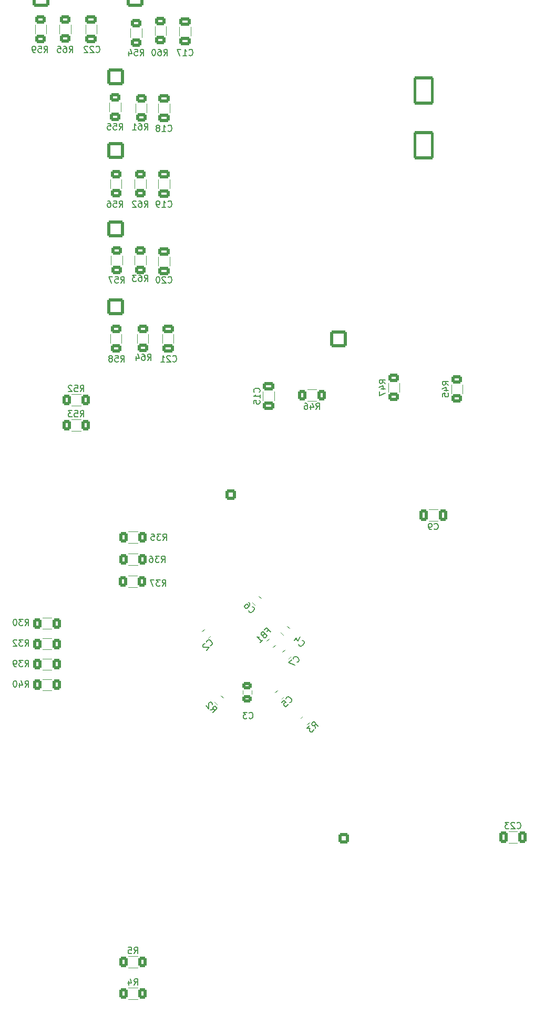
<source format=gbo>
G04 #@! TF.GenerationSoftware,KiCad,Pcbnew,7.0.7*
G04 #@! TF.CreationDate,2023-10-20T13:35:02-04:00*
G04 #@! TF.ProjectId,Schematic,53636865-6d61-4746-9963-2e6b69636164,rev?*
G04 #@! TF.SameCoordinates,Original*
G04 #@! TF.FileFunction,Legend,Bot*
G04 #@! TF.FilePolarity,Positive*
%FSLAX46Y46*%
G04 Gerber Fmt 4.6, Leading zero omitted, Abs format (unit mm)*
G04 Created by KiCad (PCBNEW 7.0.7) date 2023-10-20 13:35:02*
%MOMM*%
%LPD*%
G01*
G04 APERTURE LIST*
G04 Aperture macros list*
%AMRoundRect*
0 Rectangle with rounded corners*
0 $1 Rounding radius*
0 $2 $3 $4 $5 $6 $7 $8 $9 X,Y pos of 4 corners*
0 Add a 4 corners polygon primitive as box body*
4,1,4,$2,$3,$4,$5,$6,$7,$8,$9,$2,$3,0*
0 Add four circle primitives for the rounded corners*
1,1,$1+$1,$2,$3*
1,1,$1+$1,$4,$5*
1,1,$1+$1,$6,$7*
1,1,$1+$1,$8,$9*
0 Add four rect primitives between the rounded corners*
20,1,$1+$1,$2,$3,$4,$5,0*
20,1,$1+$1,$4,$5,$6,$7,0*
20,1,$1+$1,$6,$7,$8,$9,0*
20,1,$1+$1,$8,$9,$2,$3,0*%
G04 Aperture macros list end*
%ADD10C,0.150000*%
%ADD11C,0.120000*%
%ADD12RoundRect,0.250000X0.400000X0.625000X-0.400000X0.625000X-0.400000X-0.625000X0.400000X-0.625000X0*%
%ADD13C,1.800000*%
%ADD14RoundRect,0.250001X-1.099999X-1.099999X1.099999X-1.099999X1.099999X1.099999X-1.099999X1.099999X0*%
%ADD15C,2.700000*%
%ADD16C,2.000000*%
%ADD17R,1.800000X1.800000*%
%ADD18C,5.000000*%
%ADD19RoundRect,0.250001X-1.099999X1.099999X-1.099999X-1.099999X1.099999X-1.099999X1.099999X1.099999X0*%
%ADD20R,1.600000X1.600000*%
%ADD21O,1.600000X1.600000*%
%ADD22R,1.700000X1.700000*%
%ADD23O,1.700000X1.700000*%
%ADD24R,2.000000X1.905000*%
%ADD25O,2.000000X1.905000*%
%ADD26RoundRect,0.250000X-0.600000X-0.600000X0.600000X-0.600000X0.600000X0.600000X-0.600000X0.600000X0*%
%ADD27C,1.700000*%
%ADD28RoundRect,0.250000X1.400000X-2.000000X1.400000X2.000000X-1.400000X2.000000X-1.400000X-2.000000X0*%
%ADD29RoundRect,0.250000X-1.400000X2.000000X-1.400000X-2.000000X1.400000X-2.000000X1.400000X2.000000X0*%
%ADD30RoundRect,0.250000X-0.600000X0.600000X-0.600000X-0.600000X0.600000X-0.600000X0.600000X0.600000X0*%
%ADD31R,2.000000X2.000000*%
%ADD32R,1.295400X1.295400*%
%ADD33C,1.295400*%
%ADD34R,1.200000X1.200000*%
%ADD35C,1.200000*%
%ADD36RoundRect,0.250000X-0.400000X-0.625000X0.400000X-0.625000X0.400000X0.625000X-0.400000X0.625000X0*%
%ADD37RoundRect,0.250000X0.625000X-0.400000X0.625000X0.400000X-0.625000X0.400000X-0.625000X-0.400000X0*%
%ADD38RoundRect,0.250000X-0.475000X0.337500X-0.475000X-0.337500X0.475000X-0.337500X0.475000X0.337500X0*%
%ADD39RoundRect,0.250000X-0.625000X0.400000X-0.625000X-0.400000X0.625000X-0.400000X0.625000X0.400000X0*%
%ADD40RoundRect,0.250000X-0.574524X-0.097227X-0.097227X-0.574524X0.574524X0.097227X0.097227X0.574524X0*%
%ADD41RoundRect,0.250000X-0.412500X-0.650000X0.412500X-0.650000X0.412500X0.650000X-0.412500X0.650000X0*%
%ADD42RoundRect,0.250000X0.650000X-0.412500X0.650000X0.412500X-0.650000X0.412500X-0.650000X-0.412500X0*%
%ADD43RoundRect,0.250000X0.412500X0.650000X-0.412500X0.650000X-0.412500X-0.650000X0.412500X-0.650000X0*%
%ADD44RoundRect,0.250000X0.097227X-0.574524X0.574524X-0.097227X-0.097227X0.574524X-0.574524X0.097227X0*%
%ADD45RoundRect,0.250000X-0.097227X0.574524X-0.574524X0.097227X0.097227X-0.574524X0.574524X-0.097227X0*%
%ADD46RoundRect,0.250000X-0.650000X0.412500X-0.650000X-0.412500X0.650000X-0.412500X0.650000X0.412500X0*%
%ADD47RoundRect,0.250000X-0.088388X0.548008X-0.548008X0.088388X0.088388X-0.548008X0.548008X-0.088388X0*%
%ADD48C,0.800000*%
%ADD49C,2.500000*%
%ADD50C,1.600000*%
%ADD51C,3.000000*%
G04 APERTURE END LIST*
D10*
X58808857Y-96678819D02*
X59142190Y-96202628D01*
X59380285Y-96678819D02*
X59380285Y-95678819D01*
X59380285Y-95678819D02*
X58999333Y-95678819D01*
X58999333Y-95678819D02*
X58904095Y-95726438D01*
X58904095Y-95726438D02*
X58856476Y-95774057D01*
X58856476Y-95774057D02*
X58808857Y-95869295D01*
X58808857Y-95869295D02*
X58808857Y-96012152D01*
X58808857Y-96012152D02*
X58856476Y-96107390D01*
X58856476Y-96107390D02*
X58904095Y-96155009D01*
X58904095Y-96155009D02*
X58999333Y-96202628D01*
X58999333Y-96202628D02*
X59380285Y-96202628D01*
X57904095Y-95678819D02*
X58380285Y-95678819D01*
X58380285Y-95678819D02*
X58427904Y-96155009D01*
X58427904Y-96155009D02*
X58380285Y-96107390D01*
X58380285Y-96107390D02*
X58285047Y-96059771D01*
X58285047Y-96059771D02*
X58046952Y-96059771D01*
X58046952Y-96059771D02*
X57951714Y-96107390D01*
X57951714Y-96107390D02*
X57904095Y-96155009D01*
X57904095Y-96155009D02*
X57856476Y-96250247D01*
X57856476Y-96250247D02*
X57856476Y-96488342D01*
X57856476Y-96488342D02*
X57904095Y-96583580D01*
X57904095Y-96583580D02*
X57951714Y-96631200D01*
X57951714Y-96631200D02*
X58046952Y-96678819D01*
X58046952Y-96678819D02*
X58285047Y-96678819D01*
X58285047Y-96678819D02*
X58380285Y-96631200D01*
X58380285Y-96631200D02*
X58427904Y-96583580D01*
X57523142Y-95678819D02*
X56904095Y-95678819D01*
X56904095Y-95678819D02*
X57237428Y-96059771D01*
X57237428Y-96059771D02*
X57094571Y-96059771D01*
X57094571Y-96059771D02*
X56999333Y-96107390D01*
X56999333Y-96107390D02*
X56951714Y-96155009D01*
X56951714Y-96155009D02*
X56904095Y-96250247D01*
X56904095Y-96250247D02*
X56904095Y-96488342D01*
X56904095Y-96488342D02*
X56951714Y-96583580D01*
X56951714Y-96583580D02*
X56999333Y-96631200D01*
X56999333Y-96631200D02*
X57094571Y-96678819D01*
X57094571Y-96678819D02*
X57380285Y-96678819D01*
X57380285Y-96678819D02*
X57475523Y-96631200D01*
X57475523Y-96631200D02*
X57523142Y-96583580D01*
X58808857Y-92614819D02*
X59142190Y-92138628D01*
X59380285Y-92614819D02*
X59380285Y-91614819D01*
X59380285Y-91614819D02*
X58999333Y-91614819D01*
X58999333Y-91614819D02*
X58904095Y-91662438D01*
X58904095Y-91662438D02*
X58856476Y-91710057D01*
X58856476Y-91710057D02*
X58808857Y-91805295D01*
X58808857Y-91805295D02*
X58808857Y-91948152D01*
X58808857Y-91948152D02*
X58856476Y-92043390D01*
X58856476Y-92043390D02*
X58904095Y-92091009D01*
X58904095Y-92091009D02*
X58999333Y-92138628D01*
X58999333Y-92138628D02*
X59380285Y-92138628D01*
X57904095Y-91614819D02*
X58380285Y-91614819D01*
X58380285Y-91614819D02*
X58427904Y-92091009D01*
X58427904Y-92091009D02*
X58380285Y-92043390D01*
X58380285Y-92043390D02*
X58285047Y-91995771D01*
X58285047Y-91995771D02*
X58046952Y-91995771D01*
X58046952Y-91995771D02*
X57951714Y-92043390D01*
X57951714Y-92043390D02*
X57904095Y-92091009D01*
X57904095Y-92091009D02*
X57856476Y-92186247D01*
X57856476Y-92186247D02*
X57856476Y-92424342D01*
X57856476Y-92424342D02*
X57904095Y-92519580D01*
X57904095Y-92519580D02*
X57951714Y-92567200D01*
X57951714Y-92567200D02*
X58046952Y-92614819D01*
X58046952Y-92614819D02*
X58285047Y-92614819D01*
X58285047Y-92614819D02*
X58380285Y-92567200D01*
X58380285Y-92567200D02*
X58427904Y-92519580D01*
X57475523Y-91710057D02*
X57427904Y-91662438D01*
X57427904Y-91662438D02*
X57332666Y-91614819D01*
X57332666Y-91614819D02*
X57094571Y-91614819D01*
X57094571Y-91614819D02*
X56999333Y-91662438D01*
X56999333Y-91662438D02*
X56951714Y-91710057D01*
X56951714Y-91710057D02*
X56904095Y-91805295D01*
X56904095Y-91805295D02*
X56904095Y-91900533D01*
X56904095Y-91900533D02*
X56951714Y-92043390D01*
X56951714Y-92043390D02*
X57523142Y-92614819D01*
X57523142Y-92614819D02*
X56904095Y-92614819D01*
X49918857Y-133550819D02*
X50252190Y-133074628D01*
X50490285Y-133550819D02*
X50490285Y-132550819D01*
X50490285Y-132550819D02*
X50109333Y-132550819D01*
X50109333Y-132550819D02*
X50014095Y-132598438D01*
X50014095Y-132598438D02*
X49966476Y-132646057D01*
X49966476Y-132646057D02*
X49918857Y-132741295D01*
X49918857Y-132741295D02*
X49918857Y-132884152D01*
X49918857Y-132884152D02*
X49966476Y-132979390D01*
X49966476Y-132979390D02*
X50014095Y-133027009D01*
X50014095Y-133027009D02*
X50109333Y-133074628D01*
X50109333Y-133074628D02*
X50490285Y-133074628D01*
X49585523Y-132550819D02*
X48966476Y-132550819D01*
X48966476Y-132550819D02*
X49299809Y-132931771D01*
X49299809Y-132931771D02*
X49156952Y-132931771D01*
X49156952Y-132931771D02*
X49061714Y-132979390D01*
X49061714Y-132979390D02*
X49014095Y-133027009D01*
X49014095Y-133027009D02*
X48966476Y-133122247D01*
X48966476Y-133122247D02*
X48966476Y-133360342D01*
X48966476Y-133360342D02*
X49014095Y-133455580D01*
X49014095Y-133455580D02*
X49061714Y-133503200D01*
X49061714Y-133503200D02*
X49156952Y-133550819D01*
X49156952Y-133550819D02*
X49442666Y-133550819D01*
X49442666Y-133550819D02*
X49537904Y-133503200D01*
X49537904Y-133503200D02*
X49585523Y-133455580D01*
X48585523Y-132646057D02*
X48537904Y-132598438D01*
X48537904Y-132598438D02*
X48442666Y-132550819D01*
X48442666Y-132550819D02*
X48204571Y-132550819D01*
X48204571Y-132550819D02*
X48109333Y-132598438D01*
X48109333Y-132598438D02*
X48061714Y-132646057D01*
X48061714Y-132646057D02*
X48014095Y-132741295D01*
X48014095Y-132741295D02*
X48014095Y-132836533D01*
X48014095Y-132836533D02*
X48061714Y-132979390D01*
X48061714Y-132979390D02*
X48633142Y-133550819D01*
X48633142Y-133550819D02*
X48014095Y-133550819D01*
X72270857Y-38554819D02*
X72604190Y-38078628D01*
X72842285Y-38554819D02*
X72842285Y-37554819D01*
X72842285Y-37554819D02*
X72461333Y-37554819D01*
X72461333Y-37554819D02*
X72366095Y-37602438D01*
X72366095Y-37602438D02*
X72318476Y-37650057D01*
X72318476Y-37650057D02*
X72270857Y-37745295D01*
X72270857Y-37745295D02*
X72270857Y-37888152D01*
X72270857Y-37888152D02*
X72318476Y-37983390D01*
X72318476Y-37983390D02*
X72366095Y-38031009D01*
X72366095Y-38031009D02*
X72461333Y-38078628D01*
X72461333Y-38078628D02*
X72842285Y-38078628D01*
X71413714Y-37554819D02*
X71604190Y-37554819D01*
X71604190Y-37554819D02*
X71699428Y-37602438D01*
X71699428Y-37602438D02*
X71747047Y-37650057D01*
X71747047Y-37650057D02*
X71842285Y-37792914D01*
X71842285Y-37792914D02*
X71889904Y-37983390D01*
X71889904Y-37983390D02*
X71889904Y-38364342D01*
X71889904Y-38364342D02*
X71842285Y-38459580D01*
X71842285Y-38459580D02*
X71794666Y-38507200D01*
X71794666Y-38507200D02*
X71699428Y-38554819D01*
X71699428Y-38554819D02*
X71508952Y-38554819D01*
X71508952Y-38554819D02*
X71413714Y-38507200D01*
X71413714Y-38507200D02*
X71366095Y-38459580D01*
X71366095Y-38459580D02*
X71318476Y-38364342D01*
X71318476Y-38364342D02*
X71318476Y-38126247D01*
X71318476Y-38126247D02*
X71366095Y-38031009D01*
X71366095Y-38031009D02*
X71413714Y-37983390D01*
X71413714Y-37983390D02*
X71508952Y-37935771D01*
X71508952Y-37935771D02*
X71699428Y-37935771D01*
X71699428Y-37935771D02*
X71794666Y-37983390D01*
X71794666Y-37983390D02*
X71842285Y-38031009D01*
X71842285Y-38031009D02*
X71889904Y-38126247D01*
X70699428Y-37554819D02*
X70604190Y-37554819D01*
X70604190Y-37554819D02*
X70508952Y-37602438D01*
X70508952Y-37602438D02*
X70461333Y-37650057D01*
X70461333Y-37650057D02*
X70413714Y-37745295D01*
X70413714Y-37745295D02*
X70366095Y-37935771D01*
X70366095Y-37935771D02*
X70366095Y-38173866D01*
X70366095Y-38173866D02*
X70413714Y-38364342D01*
X70413714Y-38364342D02*
X70461333Y-38459580D01*
X70461333Y-38459580D02*
X70508952Y-38507200D01*
X70508952Y-38507200D02*
X70604190Y-38554819D01*
X70604190Y-38554819D02*
X70699428Y-38554819D01*
X70699428Y-38554819D02*
X70794666Y-38507200D01*
X70794666Y-38507200D02*
X70842285Y-38459580D01*
X70842285Y-38459580D02*
X70889904Y-38364342D01*
X70889904Y-38364342D02*
X70937523Y-38173866D01*
X70937523Y-38173866D02*
X70937523Y-37935771D01*
X70937523Y-37935771D02*
X70889904Y-37745295D01*
X70889904Y-37745295D02*
X70842285Y-37650057D01*
X70842285Y-37650057D02*
X70794666Y-37602438D01*
X70794666Y-37602438D02*
X70699428Y-37554819D01*
X86018666Y-145139580D02*
X86066285Y-145187200D01*
X86066285Y-145187200D02*
X86209142Y-145234819D01*
X86209142Y-145234819D02*
X86304380Y-145234819D01*
X86304380Y-145234819D02*
X86447237Y-145187200D01*
X86447237Y-145187200D02*
X86542475Y-145091961D01*
X86542475Y-145091961D02*
X86590094Y-144996723D01*
X86590094Y-144996723D02*
X86637713Y-144806247D01*
X86637713Y-144806247D02*
X86637713Y-144663390D01*
X86637713Y-144663390D02*
X86590094Y-144472914D01*
X86590094Y-144472914D02*
X86542475Y-144377676D01*
X86542475Y-144377676D02*
X86447237Y-144282438D01*
X86447237Y-144282438D02*
X86304380Y-144234819D01*
X86304380Y-144234819D02*
X86209142Y-144234819D01*
X86209142Y-144234819D02*
X86066285Y-144282438D01*
X86066285Y-144282438D02*
X86018666Y-144330057D01*
X85685332Y-144234819D02*
X85066285Y-144234819D01*
X85066285Y-144234819D02*
X85399618Y-144615771D01*
X85399618Y-144615771D02*
X85256761Y-144615771D01*
X85256761Y-144615771D02*
X85161523Y-144663390D01*
X85161523Y-144663390D02*
X85113904Y-144711009D01*
X85113904Y-144711009D02*
X85066285Y-144806247D01*
X85066285Y-144806247D02*
X85066285Y-145044342D01*
X85066285Y-145044342D02*
X85113904Y-145139580D01*
X85113904Y-145139580D02*
X85161523Y-145187200D01*
X85161523Y-145187200D02*
X85256761Y-145234819D01*
X85256761Y-145234819D02*
X85542475Y-145234819D01*
X85542475Y-145234819D02*
X85637713Y-145187200D01*
X85637713Y-145187200D02*
X85685332Y-145139580D01*
X49918857Y-136852819D02*
X50252190Y-136376628D01*
X50490285Y-136852819D02*
X50490285Y-135852819D01*
X50490285Y-135852819D02*
X50109333Y-135852819D01*
X50109333Y-135852819D02*
X50014095Y-135900438D01*
X50014095Y-135900438D02*
X49966476Y-135948057D01*
X49966476Y-135948057D02*
X49918857Y-136043295D01*
X49918857Y-136043295D02*
X49918857Y-136186152D01*
X49918857Y-136186152D02*
X49966476Y-136281390D01*
X49966476Y-136281390D02*
X50014095Y-136329009D01*
X50014095Y-136329009D02*
X50109333Y-136376628D01*
X50109333Y-136376628D02*
X50490285Y-136376628D01*
X49585523Y-135852819D02*
X48966476Y-135852819D01*
X48966476Y-135852819D02*
X49299809Y-136233771D01*
X49299809Y-136233771D02*
X49156952Y-136233771D01*
X49156952Y-136233771D02*
X49061714Y-136281390D01*
X49061714Y-136281390D02*
X49014095Y-136329009D01*
X49014095Y-136329009D02*
X48966476Y-136424247D01*
X48966476Y-136424247D02*
X48966476Y-136662342D01*
X48966476Y-136662342D02*
X49014095Y-136757580D01*
X49014095Y-136757580D02*
X49061714Y-136805200D01*
X49061714Y-136805200D02*
X49156952Y-136852819D01*
X49156952Y-136852819D02*
X49442666Y-136852819D01*
X49442666Y-136852819D02*
X49537904Y-136805200D01*
X49537904Y-136805200D02*
X49585523Y-136757580D01*
X48490285Y-136852819D02*
X48299809Y-136852819D01*
X48299809Y-136852819D02*
X48204571Y-136805200D01*
X48204571Y-136805200D02*
X48156952Y-136757580D01*
X48156952Y-136757580D02*
X48061714Y-136614723D01*
X48061714Y-136614723D02*
X48014095Y-136424247D01*
X48014095Y-136424247D02*
X48014095Y-136043295D01*
X48014095Y-136043295D02*
X48061714Y-135948057D01*
X48061714Y-135948057D02*
X48109333Y-135900438D01*
X48109333Y-135900438D02*
X48204571Y-135852819D01*
X48204571Y-135852819D02*
X48395047Y-135852819D01*
X48395047Y-135852819D02*
X48490285Y-135900438D01*
X48490285Y-135900438D02*
X48537904Y-135948057D01*
X48537904Y-135948057D02*
X48585523Y-136043295D01*
X48585523Y-136043295D02*
X48585523Y-136281390D01*
X48585523Y-136281390D02*
X48537904Y-136376628D01*
X48537904Y-136376628D02*
X48490285Y-136424247D01*
X48490285Y-136424247D02*
X48395047Y-136471866D01*
X48395047Y-136471866D02*
X48204571Y-136471866D01*
X48204571Y-136471866D02*
X48109333Y-136424247D01*
X48109333Y-136424247D02*
X48061714Y-136376628D01*
X48061714Y-136376628D02*
X48014095Y-136281390D01*
X118141819Y-91559142D02*
X117665628Y-91225809D01*
X118141819Y-90987714D02*
X117141819Y-90987714D01*
X117141819Y-90987714D02*
X117141819Y-91368666D01*
X117141819Y-91368666D02*
X117189438Y-91463904D01*
X117189438Y-91463904D02*
X117237057Y-91511523D01*
X117237057Y-91511523D02*
X117332295Y-91559142D01*
X117332295Y-91559142D02*
X117475152Y-91559142D01*
X117475152Y-91559142D02*
X117570390Y-91511523D01*
X117570390Y-91511523D02*
X117618009Y-91463904D01*
X117618009Y-91463904D02*
X117665628Y-91368666D01*
X117665628Y-91368666D02*
X117665628Y-90987714D01*
X117475152Y-92416285D02*
X118141819Y-92416285D01*
X117094200Y-92178190D02*
X117808485Y-91940095D01*
X117808485Y-91940095D02*
X117808485Y-92559142D01*
X117141819Y-93416285D02*
X117141819Y-92940095D01*
X117141819Y-92940095D02*
X117618009Y-92892476D01*
X117618009Y-92892476D02*
X117570390Y-92940095D01*
X117570390Y-92940095D02*
X117522771Y-93035333D01*
X117522771Y-93035333D02*
X117522771Y-93273428D01*
X117522771Y-93273428D02*
X117570390Y-93368666D01*
X117570390Y-93368666D02*
X117618009Y-93416285D01*
X117618009Y-93416285D02*
X117713247Y-93463904D01*
X117713247Y-93463904D02*
X117951342Y-93463904D01*
X117951342Y-93463904D02*
X118046580Y-93416285D01*
X118046580Y-93416285D02*
X118094200Y-93368666D01*
X118094200Y-93368666D02*
X118141819Y-93273428D01*
X118141819Y-93273428D02*
X118141819Y-93035333D01*
X118141819Y-93035333D02*
X118094200Y-92940095D01*
X118094200Y-92940095D02*
X118046580Y-92892476D01*
X93970588Y-133214112D02*
X93970588Y-133281456D01*
X93970588Y-133281456D02*
X94037932Y-133416143D01*
X94037932Y-133416143D02*
X94105275Y-133483486D01*
X94105275Y-133483486D02*
X94239962Y-133550830D01*
X94239962Y-133550830D02*
X94374649Y-133550830D01*
X94374649Y-133550830D02*
X94475664Y-133517158D01*
X94475664Y-133517158D02*
X94644023Y-133416143D01*
X94644023Y-133416143D02*
X94745038Y-133315128D01*
X94745038Y-133315128D02*
X94846054Y-133146769D01*
X94846054Y-133146769D02*
X94879725Y-133045754D01*
X94879725Y-133045754D02*
X94879725Y-132911067D01*
X94879725Y-132911067D02*
X94812382Y-132776380D01*
X94812382Y-132776380D02*
X94745038Y-132709036D01*
X94745038Y-132709036D02*
X94610351Y-132641693D01*
X94610351Y-132641693D02*
X94543008Y-132641693D01*
X93768558Y-132203960D02*
X93297153Y-132675364D01*
X94206290Y-132102945D02*
X93869573Y-132776380D01*
X93869573Y-132776380D02*
X93431840Y-132338647D01*
X115842166Y-114731580D02*
X115889785Y-114779200D01*
X115889785Y-114779200D02*
X116032642Y-114826819D01*
X116032642Y-114826819D02*
X116127880Y-114826819D01*
X116127880Y-114826819D02*
X116270737Y-114779200D01*
X116270737Y-114779200D02*
X116365975Y-114683961D01*
X116365975Y-114683961D02*
X116413594Y-114588723D01*
X116413594Y-114588723D02*
X116461213Y-114398247D01*
X116461213Y-114398247D02*
X116461213Y-114255390D01*
X116461213Y-114255390D02*
X116413594Y-114064914D01*
X116413594Y-114064914D02*
X116365975Y-113969676D01*
X116365975Y-113969676D02*
X116270737Y-113874438D01*
X116270737Y-113874438D02*
X116127880Y-113826819D01*
X116127880Y-113826819D02*
X116032642Y-113826819D01*
X116032642Y-113826819D02*
X115889785Y-113874438D01*
X115889785Y-113874438D02*
X115842166Y-113922057D01*
X115365975Y-114826819D02*
X115175499Y-114826819D01*
X115175499Y-114826819D02*
X115080261Y-114779200D01*
X115080261Y-114779200D02*
X115032642Y-114731580D01*
X115032642Y-114731580D02*
X114937404Y-114588723D01*
X114937404Y-114588723D02*
X114889785Y-114398247D01*
X114889785Y-114398247D02*
X114889785Y-114017295D01*
X114889785Y-114017295D02*
X114937404Y-113922057D01*
X114937404Y-113922057D02*
X114985023Y-113874438D01*
X114985023Y-113874438D02*
X115080261Y-113826819D01*
X115080261Y-113826819D02*
X115270737Y-113826819D01*
X115270737Y-113826819D02*
X115365975Y-113874438D01*
X115365975Y-113874438D02*
X115413594Y-113922057D01*
X115413594Y-113922057D02*
X115461213Y-114017295D01*
X115461213Y-114017295D02*
X115461213Y-114255390D01*
X115461213Y-114255390D02*
X115413594Y-114350628D01*
X115413594Y-114350628D02*
X115365975Y-114398247D01*
X115365975Y-114398247D02*
X115270737Y-114445866D01*
X115270737Y-114445866D02*
X115080261Y-114445866D01*
X115080261Y-114445866D02*
X114985023Y-114398247D01*
X114985023Y-114398247D02*
X114937404Y-114350628D01*
X114937404Y-114350628D02*
X114889785Y-114255390D01*
X49918857Y-140154819D02*
X50252190Y-139678628D01*
X50490285Y-140154819D02*
X50490285Y-139154819D01*
X50490285Y-139154819D02*
X50109333Y-139154819D01*
X50109333Y-139154819D02*
X50014095Y-139202438D01*
X50014095Y-139202438D02*
X49966476Y-139250057D01*
X49966476Y-139250057D02*
X49918857Y-139345295D01*
X49918857Y-139345295D02*
X49918857Y-139488152D01*
X49918857Y-139488152D02*
X49966476Y-139583390D01*
X49966476Y-139583390D02*
X50014095Y-139631009D01*
X50014095Y-139631009D02*
X50109333Y-139678628D01*
X50109333Y-139678628D02*
X50490285Y-139678628D01*
X49061714Y-139488152D02*
X49061714Y-140154819D01*
X49299809Y-139107200D02*
X49537904Y-139821485D01*
X49537904Y-139821485D02*
X48918857Y-139821485D01*
X48347428Y-139154819D02*
X48252190Y-139154819D01*
X48252190Y-139154819D02*
X48156952Y-139202438D01*
X48156952Y-139202438D02*
X48109333Y-139250057D01*
X48109333Y-139250057D02*
X48061714Y-139345295D01*
X48061714Y-139345295D02*
X48014095Y-139535771D01*
X48014095Y-139535771D02*
X48014095Y-139773866D01*
X48014095Y-139773866D02*
X48061714Y-139964342D01*
X48061714Y-139964342D02*
X48109333Y-140059580D01*
X48109333Y-140059580D02*
X48156952Y-140107200D01*
X48156952Y-140107200D02*
X48252190Y-140154819D01*
X48252190Y-140154819D02*
X48347428Y-140154819D01*
X48347428Y-140154819D02*
X48442666Y-140107200D01*
X48442666Y-140107200D02*
X48490285Y-140059580D01*
X48490285Y-140059580D02*
X48537904Y-139964342D01*
X48537904Y-139964342D02*
X48585523Y-139773866D01*
X48585523Y-139773866D02*
X48585523Y-139535771D01*
X48585523Y-139535771D02*
X48537904Y-139345295D01*
X48537904Y-139345295D02*
X48490285Y-139250057D01*
X48490285Y-139250057D02*
X48442666Y-139202438D01*
X48442666Y-139202438D02*
X48347428Y-139154819D01*
X65077857Y-50492819D02*
X65411190Y-50016628D01*
X65649285Y-50492819D02*
X65649285Y-49492819D01*
X65649285Y-49492819D02*
X65268333Y-49492819D01*
X65268333Y-49492819D02*
X65173095Y-49540438D01*
X65173095Y-49540438D02*
X65125476Y-49588057D01*
X65125476Y-49588057D02*
X65077857Y-49683295D01*
X65077857Y-49683295D02*
X65077857Y-49826152D01*
X65077857Y-49826152D02*
X65125476Y-49921390D01*
X65125476Y-49921390D02*
X65173095Y-49969009D01*
X65173095Y-49969009D02*
X65268333Y-50016628D01*
X65268333Y-50016628D02*
X65649285Y-50016628D01*
X64173095Y-49492819D02*
X64649285Y-49492819D01*
X64649285Y-49492819D02*
X64696904Y-49969009D01*
X64696904Y-49969009D02*
X64649285Y-49921390D01*
X64649285Y-49921390D02*
X64554047Y-49873771D01*
X64554047Y-49873771D02*
X64315952Y-49873771D01*
X64315952Y-49873771D02*
X64220714Y-49921390D01*
X64220714Y-49921390D02*
X64173095Y-49969009D01*
X64173095Y-49969009D02*
X64125476Y-50064247D01*
X64125476Y-50064247D02*
X64125476Y-50302342D01*
X64125476Y-50302342D02*
X64173095Y-50397580D01*
X64173095Y-50397580D02*
X64220714Y-50445200D01*
X64220714Y-50445200D02*
X64315952Y-50492819D01*
X64315952Y-50492819D02*
X64554047Y-50492819D01*
X64554047Y-50492819D02*
X64649285Y-50445200D01*
X64649285Y-50445200D02*
X64696904Y-50397580D01*
X63220714Y-49492819D02*
X63696904Y-49492819D01*
X63696904Y-49492819D02*
X63744523Y-49969009D01*
X63744523Y-49969009D02*
X63696904Y-49921390D01*
X63696904Y-49921390D02*
X63601666Y-49873771D01*
X63601666Y-49873771D02*
X63363571Y-49873771D01*
X63363571Y-49873771D02*
X63268333Y-49921390D01*
X63268333Y-49921390D02*
X63220714Y-49969009D01*
X63220714Y-49969009D02*
X63173095Y-50064247D01*
X63173095Y-50064247D02*
X63173095Y-50302342D01*
X63173095Y-50302342D02*
X63220714Y-50397580D01*
X63220714Y-50397580D02*
X63268333Y-50445200D01*
X63268333Y-50445200D02*
X63363571Y-50492819D01*
X63363571Y-50492819D02*
X63601666Y-50492819D01*
X63601666Y-50492819D02*
X63696904Y-50445200D01*
X63696904Y-50445200D02*
X63744523Y-50397580D01*
X65077857Y-62938819D02*
X65411190Y-62462628D01*
X65649285Y-62938819D02*
X65649285Y-61938819D01*
X65649285Y-61938819D02*
X65268333Y-61938819D01*
X65268333Y-61938819D02*
X65173095Y-61986438D01*
X65173095Y-61986438D02*
X65125476Y-62034057D01*
X65125476Y-62034057D02*
X65077857Y-62129295D01*
X65077857Y-62129295D02*
X65077857Y-62272152D01*
X65077857Y-62272152D02*
X65125476Y-62367390D01*
X65125476Y-62367390D02*
X65173095Y-62415009D01*
X65173095Y-62415009D02*
X65268333Y-62462628D01*
X65268333Y-62462628D02*
X65649285Y-62462628D01*
X64173095Y-61938819D02*
X64649285Y-61938819D01*
X64649285Y-61938819D02*
X64696904Y-62415009D01*
X64696904Y-62415009D02*
X64649285Y-62367390D01*
X64649285Y-62367390D02*
X64554047Y-62319771D01*
X64554047Y-62319771D02*
X64315952Y-62319771D01*
X64315952Y-62319771D02*
X64220714Y-62367390D01*
X64220714Y-62367390D02*
X64173095Y-62415009D01*
X64173095Y-62415009D02*
X64125476Y-62510247D01*
X64125476Y-62510247D02*
X64125476Y-62748342D01*
X64125476Y-62748342D02*
X64173095Y-62843580D01*
X64173095Y-62843580D02*
X64220714Y-62891200D01*
X64220714Y-62891200D02*
X64315952Y-62938819D01*
X64315952Y-62938819D02*
X64554047Y-62938819D01*
X64554047Y-62938819D02*
X64649285Y-62891200D01*
X64649285Y-62891200D02*
X64696904Y-62843580D01*
X63268333Y-61938819D02*
X63458809Y-61938819D01*
X63458809Y-61938819D02*
X63554047Y-61986438D01*
X63554047Y-61986438D02*
X63601666Y-62034057D01*
X63601666Y-62034057D02*
X63696904Y-62176914D01*
X63696904Y-62176914D02*
X63744523Y-62367390D01*
X63744523Y-62367390D02*
X63744523Y-62748342D01*
X63744523Y-62748342D02*
X63696904Y-62843580D01*
X63696904Y-62843580D02*
X63649285Y-62891200D01*
X63649285Y-62891200D02*
X63554047Y-62938819D01*
X63554047Y-62938819D02*
X63363571Y-62938819D01*
X63363571Y-62938819D02*
X63268333Y-62891200D01*
X63268333Y-62891200D02*
X63220714Y-62843580D01*
X63220714Y-62843580D02*
X63173095Y-62748342D01*
X63173095Y-62748342D02*
X63173095Y-62510247D01*
X63173095Y-62510247D02*
X63220714Y-62415009D01*
X63220714Y-62415009D02*
X63268333Y-62367390D01*
X63268333Y-62367390D02*
X63363571Y-62319771D01*
X63363571Y-62319771D02*
X63554047Y-62319771D01*
X63554047Y-62319771D02*
X63649285Y-62367390D01*
X63649285Y-62367390D02*
X63696904Y-62415009D01*
X63696904Y-62415009D02*
X63744523Y-62510247D01*
X61348857Y-37951580D02*
X61396476Y-37999200D01*
X61396476Y-37999200D02*
X61539333Y-38046819D01*
X61539333Y-38046819D02*
X61634571Y-38046819D01*
X61634571Y-38046819D02*
X61777428Y-37999200D01*
X61777428Y-37999200D02*
X61872666Y-37903961D01*
X61872666Y-37903961D02*
X61920285Y-37808723D01*
X61920285Y-37808723D02*
X61967904Y-37618247D01*
X61967904Y-37618247D02*
X61967904Y-37475390D01*
X61967904Y-37475390D02*
X61920285Y-37284914D01*
X61920285Y-37284914D02*
X61872666Y-37189676D01*
X61872666Y-37189676D02*
X61777428Y-37094438D01*
X61777428Y-37094438D02*
X61634571Y-37046819D01*
X61634571Y-37046819D02*
X61539333Y-37046819D01*
X61539333Y-37046819D02*
X61396476Y-37094438D01*
X61396476Y-37094438D02*
X61348857Y-37142057D01*
X60967904Y-37142057D02*
X60920285Y-37094438D01*
X60920285Y-37094438D02*
X60825047Y-37046819D01*
X60825047Y-37046819D02*
X60586952Y-37046819D01*
X60586952Y-37046819D02*
X60491714Y-37094438D01*
X60491714Y-37094438D02*
X60444095Y-37142057D01*
X60444095Y-37142057D02*
X60396476Y-37237295D01*
X60396476Y-37237295D02*
X60396476Y-37332533D01*
X60396476Y-37332533D02*
X60444095Y-37475390D01*
X60444095Y-37475390D02*
X61015523Y-38046819D01*
X61015523Y-38046819D02*
X60396476Y-38046819D01*
X60015523Y-37142057D02*
X59967904Y-37094438D01*
X59967904Y-37094438D02*
X59872666Y-37046819D01*
X59872666Y-37046819D02*
X59634571Y-37046819D01*
X59634571Y-37046819D02*
X59539333Y-37094438D01*
X59539333Y-37094438D02*
X59491714Y-37142057D01*
X59491714Y-37142057D02*
X59444095Y-37237295D01*
X59444095Y-37237295D02*
X59444095Y-37332533D01*
X59444095Y-37332533D02*
X59491714Y-37475390D01*
X59491714Y-37475390D02*
X60063142Y-38046819D01*
X60063142Y-38046819D02*
X59444095Y-38046819D01*
X72117857Y-116532819D02*
X72451190Y-116056628D01*
X72689285Y-116532819D02*
X72689285Y-115532819D01*
X72689285Y-115532819D02*
X72308333Y-115532819D01*
X72308333Y-115532819D02*
X72213095Y-115580438D01*
X72213095Y-115580438D02*
X72165476Y-115628057D01*
X72165476Y-115628057D02*
X72117857Y-115723295D01*
X72117857Y-115723295D02*
X72117857Y-115866152D01*
X72117857Y-115866152D02*
X72165476Y-115961390D01*
X72165476Y-115961390D02*
X72213095Y-116009009D01*
X72213095Y-116009009D02*
X72308333Y-116056628D01*
X72308333Y-116056628D02*
X72689285Y-116056628D01*
X71784523Y-115532819D02*
X71165476Y-115532819D01*
X71165476Y-115532819D02*
X71498809Y-115913771D01*
X71498809Y-115913771D02*
X71355952Y-115913771D01*
X71355952Y-115913771D02*
X71260714Y-115961390D01*
X71260714Y-115961390D02*
X71213095Y-116009009D01*
X71213095Y-116009009D02*
X71165476Y-116104247D01*
X71165476Y-116104247D02*
X71165476Y-116342342D01*
X71165476Y-116342342D02*
X71213095Y-116437580D01*
X71213095Y-116437580D02*
X71260714Y-116485200D01*
X71260714Y-116485200D02*
X71355952Y-116532819D01*
X71355952Y-116532819D02*
X71641666Y-116532819D01*
X71641666Y-116532819D02*
X71736904Y-116485200D01*
X71736904Y-116485200D02*
X71784523Y-116437580D01*
X70260714Y-115532819D02*
X70736904Y-115532819D01*
X70736904Y-115532819D02*
X70784523Y-116009009D01*
X70784523Y-116009009D02*
X70736904Y-115961390D01*
X70736904Y-115961390D02*
X70641666Y-115913771D01*
X70641666Y-115913771D02*
X70403571Y-115913771D01*
X70403571Y-115913771D02*
X70308333Y-115961390D01*
X70308333Y-115961390D02*
X70260714Y-116009009D01*
X70260714Y-116009009D02*
X70213095Y-116104247D01*
X70213095Y-116104247D02*
X70213095Y-116342342D01*
X70213095Y-116342342D02*
X70260714Y-116437580D01*
X70260714Y-116437580D02*
X70308333Y-116485200D01*
X70308333Y-116485200D02*
X70403571Y-116532819D01*
X70403571Y-116532819D02*
X70641666Y-116532819D01*
X70641666Y-116532819D02*
X70736904Y-116485200D01*
X70736904Y-116485200D02*
X70784523Y-116437580D01*
X71863857Y-120088819D02*
X72197190Y-119612628D01*
X72435285Y-120088819D02*
X72435285Y-119088819D01*
X72435285Y-119088819D02*
X72054333Y-119088819D01*
X72054333Y-119088819D02*
X71959095Y-119136438D01*
X71959095Y-119136438D02*
X71911476Y-119184057D01*
X71911476Y-119184057D02*
X71863857Y-119279295D01*
X71863857Y-119279295D02*
X71863857Y-119422152D01*
X71863857Y-119422152D02*
X71911476Y-119517390D01*
X71911476Y-119517390D02*
X71959095Y-119565009D01*
X71959095Y-119565009D02*
X72054333Y-119612628D01*
X72054333Y-119612628D02*
X72435285Y-119612628D01*
X71530523Y-119088819D02*
X70911476Y-119088819D01*
X70911476Y-119088819D02*
X71244809Y-119469771D01*
X71244809Y-119469771D02*
X71101952Y-119469771D01*
X71101952Y-119469771D02*
X71006714Y-119517390D01*
X71006714Y-119517390D02*
X70959095Y-119565009D01*
X70959095Y-119565009D02*
X70911476Y-119660247D01*
X70911476Y-119660247D02*
X70911476Y-119898342D01*
X70911476Y-119898342D02*
X70959095Y-119993580D01*
X70959095Y-119993580D02*
X71006714Y-120041200D01*
X71006714Y-120041200D02*
X71101952Y-120088819D01*
X71101952Y-120088819D02*
X71387666Y-120088819D01*
X71387666Y-120088819D02*
X71482904Y-120041200D01*
X71482904Y-120041200D02*
X71530523Y-119993580D01*
X70054333Y-119088819D02*
X70244809Y-119088819D01*
X70244809Y-119088819D02*
X70340047Y-119136438D01*
X70340047Y-119136438D02*
X70387666Y-119184057D01*
X70387666Y-119184057D02*
X70482904Y-119326914D01*
X70482904Y-119326914D02*
X70530523Y-119517390D01*
X70530523Y-119517390D02*
X70530523Y-119898342D01*
X70530523Y-119898342D02*
X70482904Y-119993580D01*
X70482904Y-119993580D02*
X70435285Y-120041200D01*
X70435285Y-120041200D02*
X70340047Y-120088819D01*
X70340047Y-120088819D02*
X70149571Y-120088819D01*
X70149571Y-120088819D02*
X70054333Y-120041200D01*
X70054333Y-120041200D02*
X70006714Y-119993580D01*
X70006714Y-119993580D02*
X69959095Y-119898342D01*
X69959095Y-119898342D02*
X69959095Y-119660247D01*
X69959095Y-119660247D02*
X70006714Y-119565009D01*
X70006714Y-119565009D02*
X70054333Y-119517390D01*
X70054333Y-119517390D02*
X70149571Y-119469771D01*
X70149571Y-119469771D02*
X70340047Y-119469771D01*
X70340047Y-119469771D02*
X70435285Y-119517390D01*
X70435285Y-119517390D02*
X70482904Y-119565009D01*
X70482904Y-119565009D02*
X70530523Y-119660247D01*
X129166857Y-162847580D02*
X129214476Y-162895200D01*
X129214476Y-162895200D02*
X129357333Y-162942819D01*
X129357333Y-162942819D02*
X129452571Y-162942819D01*
X129452571Y-162942819D02*
X129595428Y-162895200D01*
X129595428Y-162895200D02*
X129690666Y-162799961D01*
X129690666Y-162799961D02*
X129738285Y-162704723D01*
X129738285Y-162704723D02*
X129785904Y-162514247D01*
X129785904Y-162514247D02*
X129785904Y-162371390D01*
X129785904Y-162371390D02*
X129738285Y-162180914D01*
X129738285Y-162180914D02*
X129690666Y-162085676D01*
X129690666Y-162085676D02*
X129595428Y-161990438D01*
X129595428Y-161990438D02*
X129452571Y-161942819D01*
X129452571Y-161942819D02*
X129357333Y-161942819D01*
X129357333Y-161942819D02*
X129214476Y-161990438D01*
X129214476Y-161990438D02*
X129166857Y-162038057D01*
X128785904Y-162038057D02*
X128738285Y-161990438D01*
X128738285Y-161990438D02*
X128643047Y-161942819D01*
X128643047Y-161942819D02*
X128404952Y-161942819D01*
X128404952Y-161942819D02*
X128309714Y-161990438D01*
X128309714Y-161990438D02*
X128262095Y-162038057D01*
X128262095Y-162038057D02*
X128214476Y-162133295D01*
X128214476Y-162133295D02*
X128214476Y-162228533D01*
X128214476Y-162228533D02*
X128262095Y-162371390D01*
X128262095Y-162371390D02*
X128833523Y-162942819D01*
X128833523Y-162942819D02*
X128214476Y-162942819D01*
X127881142Y-161942819D02*
X127262095Y-161942819D01*
X127262095Y-161942819D02*
X127595428Y-162323771D01*
X127595428Y-162323771D02*
X127452571Y-162323771D01*
X127452571Y-162323771D02*
X127357333Y-162371390D01*
X127357333Y-162371390D02*
X127309714Y-162419009D01*
X127309714Y-162419009D02*
X127262095Y-162514247D01*
X127262095Y-162514247D02*
X127262095Y-162752342D01*
X127262095Y-162752342D02*
X127309714Y-162847580D01*
X127309714Y-162847580D02*
X127357333Y-162895200D01*
X127357333Y-162895200D02*
X127452571Y-162942819D01*
X127452571Y-162942819D02*
X127738285Y-162942819D01*
X127738285Y-162942819D02*
X127833523Y-162895200D01*
X127833523Y-162895200D02*
X127881142Y-162847580D01*
X69141857Y-50492819D02*
X69475190Y-50016628D01*
X69713285Y-50492819D02*
X69713285Y-49492819D01*
X69713285Y-49492819D02*
X69332333Y-49492819D01*
X69332333Y-49492819D02*
X69237095Y-49540438D01*
X69237095Y-49540438D02*
X69189476Y-49588057D01*
X69189476Y-49588057D02*
X69141857Y-49683295D01*
X69141857Y-49683295D02*
X69141857Y-49826152D01*
X69141857Y-49826152D02*
X69189476Y-49921390D01*
X69189476Y-49921390D02*
X69237095Y-49969009D01*
X69237095Y-49969009D02*
X69332333Y-50016628D01*
X69332333Y-50016628D02*
X69713285Y-50016628D01*
X68284714Y-49492819D02*
X68475190Y-49492819D01*
X68475190Y-49492819D02*
X68570428Y-49540438D01*
X68570428Y-49540438D02*
X68618047Y-49588057D01*
X68618047Y-49588057D02*
X68713285Y-49730914D01*
X68713285Y-49730914D02*
X68760904Y-49921390D01*
X68760904Y-49921390D02*
X68760904Y-50302342D01*
X68760904Y-50302342D02*
X68713285Y-50397580D01*
X68713285Y-50397580D02*
X68665666Y-50445200D01*
X68665666Y-50445200D02*
X68570428Y-50492819D01*
X68570428Y-50492819D02*
X68379952Y-50492819D01*
X68379952Y-50492819D02*
X68284714Y-50445200D01*
X68284714Y-50445200D02*
X68237095Y-50397580D01*
X68237095Y-50397580D02*
X68189476Y-50302342D01*
X68189476Y-50302342D02*
X68189476Y-50064247D01*
X68189476Y-50064247D02*
X68237095Y-49969009D01*
X68237095Y-49969009D02*
X68284714Y-49921390D01*
X68284714Y-49921390D02*
X68379952Y-49873771D01*
X68379952Y-49873771D02*
X68570428Y-49873771D01*
X68570428Y-49873771D02*
X68665666Y-49921390D01*
X68665666Y-49921390D02*
X68713285Y-49969009D01*
X68713285Y-49969009D02*
X68760904Y-50064247D01*
X67237095Y-50492819D02*
X67808523Y-50492819D01*
X67522809Y-50492819D02*
X67522809Y-49492819D01*
X67522809Y-49492819D02*
X67618047Y-49635676D01*
X67618047Y-49635676D02*
X67713285Y-49730914D01*
X67713285Y-49730914D02*
X67808523Y-49778533D01*
X79747112Y-133486411D02*
X79814456Y-133486411D01*
X79814456Y-133486411D02*
X79949143Y-133419067D01*
X79949143Y-133419067D02*
X80016486Y-133351724D01*
X80016486Y-133351724D02*
X80083830Y-133217037D01*
X80083830Y-133217037D02*
X80083830Y-133082350D01*
X80083830Y-133082350D02*
X80050158Y-132981335D01*
X80050158Y-132981335D02*
X79949143Y-132812976D01*
X79949143Y-132812976D02*
X79848128Y-132711961D01*
X79848128Y-132711961D02*
X79679769Y-132610945D01*
X79679769Y-132610945D02*
X79578754Y-132577274D01*
X79578754Y-132577274D02*
X79444067Y-132577274D01*
X79444067Y-132577274D02*
X79309380Y-132644617D01*
X79309380Y-132644617D02*
X79242036Y-132711961D01*
X79242036Y-132711961D02*
X79174693Y-132846648D01*
X79174693Y-132846648D02*
X79174693Y-132913991D01*
X78905319Y-133183365D02*
X78837975Y-133183365D01*
X78837975Y-133183365D02*
X78736960Y-133217037D01*
X78736960Y-133217037D02*
X78568601Y-133385396D01*
X78568601Y-133385396D02*
X78534929Y-133486411D01*
X78534929Y-133486411D02*
X78534929Y-133553754D01*
X78534929Y-133553754D02*
X78568601Y-133654770D01*
X78568601Y-133654770D02*
X78635945Y-133722113D01*
X78635945Y-133722113D02*
X78770632Y-133789457D01*
X78770632Y-133789457D02*
X79578754Y-133789457D01*
X79578754Y-133789457D02*
X79141021Y-134227189D01*
X68460857Y-38554819D02*
X68794190Y-38078628D01*
X69032285Y-38554819D02*
X69032285Y-37554819D01*
X69032285Y-37554819D02*
X68651333Y-37554819D01*
X68651333Y-37554819D02*
X68556095Y-37602438D01*
X68556095Y-37602438D02*
X68508476Y-37650057D01*
X68508476Y-37650057D02*
X68460857Y-37745295D01*
X68460857Y-37745295D02*
X68460857Y-37888152D01*
X68460857Y-37888152D02*
X68508476Y-37983390D01*
X68508476Y-37983390D02*
X68556095Y-38031009D01*
X68556095Y-38031009D02*
X68651333Y-38078628D01*
X68651333Y-38078628D02*
X69032285Y-38078628D01*
X67556095Y-37554819D02*
X68032285Y-37554819D01*
X68032285Y-37554819D02*
X68079904Y-38031009D01*
X68079904Y-38031009D02*
X68032285Y-37983390D01*
X68032285Y-37983390D02*
X67937047Y-37935771D01*
X67937047Y-37935771D02*
X67698952Y-37935771D01*
X67698952Y-37935771D02*
X67603714Y-37983390D01*
X67603714Y-37983390D02*
X67556095Y-38031009D01*
X67556095Y-38031009D02*
X67508476Y-38126247D01*
X67508476Y-38126247D02*
X67508476Y-38364342D01*
X67508476Y-38364342D02*
X67556095Y-38459580D01*
X67556095Y-38459580D02*
X67603714Y-38507200D01*
X67603714Y-38507200D02*
X67698952Y-38554819D01*
X67698952Y-38554819D02*
X67937047Y-38554819D01*
X67937047Y-38554819D02*
X68032285Y-38507200D01*
X68032285Y-38507200D02*
X68079904Y-38459580D01*
X66651333Y-37888152D02*
X66651333Y-38554819D01*
X66889428Y-37507200D02*
X67127523Y-38221485D01*
X67127523Y-38221485D02*
X66508476Y-38221485D01*
X52966857Y-38046819D02*
X53300190Y-37570628D01*
X53538285Y-38046819D02*
X53538285Y-37046819D01*
X53538285Y-37046819D02*
X53157333Y-37046819D01*
X53157333Y-37046819D02*
X53062095Y-37094438D01*
X53062095Y-37094438D02*
X53014476Y-37142057D01*
X53014476Y-37142057D02*
X52966857Y-37237295D01*
X52966857Y-37237295D02*
X52966857Y-37380152D01*
X52966857Y-37380152D02*
X53014476Y-37475390D01*
X53014476Y-37475390D02*
X53062095Y-37523009D01*
X53062095Y-37523009D02*
X53157333Y-37570628D01*
X53157333Y-37570628D02*
X53538285Y-37570628D01*
X52062095Y-37046819D02*
X52538285Y-37046819D01*
X52538285Y-37046819D02*
X52585904Y-37523009D01*
X52585904Y-37523009D02*
X52538285Y-37475390D01*
X52538285Y-37475390D02*
X52443047Y-37427771D01*
X52443047Y-37427771D02*
X52204952Y-37427771D01*
X52204952Y-37427771D02*
X52109714Y-37475390D01*
X52109714Y-37475390D02*
X52062095Y-37523009D01*
X52062095Y-37523009D02*
X52014476Y-37618247D01*
X52014476Y-37618247D02*
X52014476Y-37856342D01*
X52014476Y-37856342D02*
X52062095Y-37951580D01*
X52062095Y-37951580D02*
X52109714Y-37999200D01*
X52109714Y-37999200D02*
X52204952Y-38046819D01*
X52204952Y-38046819D02*
X52443047Y-38046819D01*
X52443047Y-38046819D02*
X52538285Y-37999200D01*
X52538285Y-37999200D02*
X52585904Y-37951580D01*
X51538285Y-38046819D02*
X51347809Y-38046819D01*
X51347809Y-38046819D02*
X51252571Y-37999200D01*
X51252571Y-37999200D02*
X51204952Y-37951580D01*
X51204952Y-37951580D02*
X51109714Y-37808723D01*
X51109714Y-37808723D02*
X51062095Y-37618247D01*
X51062095Y-37618247D02*
X51062095Y-37237295D01*
X51062095Y-37237295D02*
X51109714Y-37142057D01*
X51109714Y-37142057D02*
X51157333Y-37094438D01*
X51157333Y-37094438D02*
X51252571Y-37046819D01*
X51252571Y-37046819D02*
X51443047Y-37046819D01*
X51443047Y-37046819D02*
X51538285Y-37094438D01*
X51538285Y-37094438D02*
X51585904Y-37142057D01*
X51585904Y-37142057D02*
X51633523Y-37237295D01*
X51633523Y-37237295D02*
X51633523Y-37475390D01*
X51633523Y-37475390D02*
X51585904Y-37570628D01*
X51585904Y-37570628D02*
X51538285Y-37618247D01*
X51538285Y-37618247D02*
X51443047Y-37665866D01*
X51443047Y-37665866D02*
X51252571Y-37665866D01*
X51252571Y-37665866D02*
X51157333Y-37618247D01*
X51157333Y-37618247D02*
X51109714Y-37570628D01*
X51109714Y-37570628D02*
X51062095Y-37475390D01*
X65331857Y-87830819D02*
X65665190Y-87354628D01*
X65903285Y-87830819D02*
X65903285Y-86830819D01*
X65903285Y-86830819D02*
X65522333Y-86830819D01*
X65522333Y-86830819D02*
X65427095Y-86878438D01*
X65427095Y-86878438D02*
X65379476Y-86926057D01*
X65379476Y-86926057D02*
X65331857Y-87021295D01*
X65331857Y-87021295D02*
X65331857Y-87164152D01*
X65331857Y-87164152D02*
X65379476Y-87259390D01*
X65379476Y-87259390D02*
X65427095Y-87307009D01*
X65427095Y-87307009D02*
X65522333Y-87354628D01*
X65522333Y-87354628D02*
X65903285Y-87354628D01*
X64427095Y-86830819D02*
X64903285Y-86830819D01*
X64903285Y-86830819D02*
X64950904Y-87307009D01*
X64950904Y-87307009D02*
X64903285Y-87259390D01*
X64903285Y-87259390D02*
X64808047Y-87211771D01*
X64808047Y-87211771D02*
X64569952Y-87211771D01*
X64569952Y-87211771D02*
X64474714Y-87259390D01*
X64474714Y-87259390D02*
X64427095Y-87307009D01*
X64427095Y-87307009D02*
X64379476Y-87402247D01*
X64379476Y-87402247D02*
X64379476Y-87640342D01*
X64379476Y-87640342D02*
X64427095Y-87735580D01*
X64427095Y-87735580D02*
X64474714Y-87783200D01*
X64474714Y-87783200D02*
X64569952Y-87830819D01*
X64569952Y-87830819D02*
X64808047Y-87830819D01*
X64808047Y-87830819D02*
X64903285Y-87783200D01*
X64903285Y-87783200D02*
X64950904Y-87735580D01*
X63808047Y-87259390D02*
X63903285Y-87211771D01*
X63903285Y-87211771D02*
X63950904Y-87164152D01*
X63950904Y-87164152D02*
X63998523Y-87068914D01*
X63998523Y-87068914D02*
X63998523Y-87021295D01*
X63998523Y-87021295D02*
X63950904Y-86926057D01*
X63950904Y-86926057D02*
X63903285Y-86878438D01*
X63903285Y-86878438D02*
X63808047Y-86830819D01*
X63808047Y-86830819D02*
X63617571Y-86830819D01*
X63617571Y-86830819D02*
X63522333Y-86878438D01*
X63522333Y-86878438D02*
X63474714Y-86926057D01*
X63474714Y-86926057D02*
X63427095Y-87021295D01*
X63427095Y-87021295D02*
X63427095Y-87068914D01*
X63427095Y-87068914D02*
X63474714Y-87164152D01*
X63474714Y-87164152D02*
X63522333Y-87211771D01*
X63522333Y-87211771D02*
X63617571Y-87259390D01*
X63617571Y-87259390D02*
X63808047Y-87259390D01*
X63808047Y-87259390D02*
X63903285Y-87307009D01*
X63903285Y-87307009D02*
X63950904Y-87354628D01*
X63950904Y-87354628D02*
X63998523Y-87449866D01*
X63998523Y-87449866D02*
X63998523Y-87640342D01*
X63998523Y-87640342D02*
X63950904Y-87735580D01*
X63950904Y-87735580D02*
X63903285Y-87783200D01*
X63903285Y-87783200D02*
X63808047Y-87830819D01*
X63808047Y-87830819D02*
X63617571Y-87830819D01*
X63617571Y-87830819D02*
X63522333Y-87783200D01*
X63522333Y-87783200D02*
X63474714Y-87735580D01*
X63474714Y-87735580D02*
X63427095Y-87640342D01*
X63427095Y-87640342D02*
X63427095Y-87449866D01*
X63427095Y-87449866D02*
X63474714Y-87354628D01*
X63474714Y-87354628D02*
X63522333Y-87307009D01*
X63522333Y-87307009D02*
X63617571Y-87259390D01*
X85924649Y-127798051D02*
X85924649Y-127865395D01*
X85924649Y-127865395D02*
X85991993Y-128000082D01*
X85991993Y-128000082D02*
X86059336Y-128067425D01*
X86059336Y-128067425D02*
X86194023Y-128134769D01*
X86194023Y-128134769D02*
X86328710Y-128134769D01*
X86328710Y-128134769D02*
X86429725Y-128101097D01*
X86429725Y-128101097D02*
X86598084Y-128000082D01*
X86598084Y-128000082D02*
X86699099Y-127899067D01*
X86699099Y-127899067D02*
X86800115Y-127730708D01*
X86800115Y-127730708D02*
X86833786Y-127629693D01*
X86833786Y-127629693D02*
X86833786Y-127495006D01*
X86833786Y-127495006D02*
X86766443Y-127360319D01*
X86766443Y-127360319D02*
X86699099Y-127292975D01*
X86699099Y-127292975D02*
X86564412Y-127225632D01*
X86564412Y-127225632D02*
X86497069Y-127225632D01*
X85958321Y-126552197D02*
X86093008Y-126686884D01*
X86093008Y-126686884D02*
X86126680Y-126787899D01*
X86126680Y-126787899D02*
X86126680Y-126855242D01*
X86126680Y-126855242D02*
X86093008Y-127023601D01*
X86093008Y-127023601D02*
X85991993Y-127191960D01*
X85991993Y-127191960D02*
X85722619Y-127461334D01*
X85722619Y-127461334D02*
X85621603Y-127495006D01*
X85621603Y-127495006D02*
X85554260Y-127495006D01*
X85554260Y-127495006D02*
X85453245Y-127461334D01*
X85453245Y-127461334D02*
X85318558Y-127326647D01*
X85318558Y-127326647D02*
X85284886Y-127225632D01*
X85284886Y-127225632D02*
X85284886Y-127158288D01*
X85284886Y-127158288D02*
X85318558Y-127057273D01*
X85318558Y-127057273D02*
X85486916Y-126888914D01*
X85486916Y-126888914D02*
X85587932Y-126855242D01*
X85587932Y-126855242D02*
X85655275Y-126855242D01*
X85655275Y-126855242D02*
X85756290Y-126888914D01*
X85756290Y-126888914D02*
X85890977Y-127023601D01*
X85890977Y-127023601D02*
X85924649Y-127124616D01*
X85924649Y-127124616D02*
X85924649Y-127191960D01*
X85924649Y-127191960D02*
X85890977Y-127292975D01*
X65331857Y-75130819D02*
X65665190Y-74654628D01*
X65903285Y-75130819D02*
X65903285Y-74130819D01*
X65903285Y-74130819D02*
X65522333Y-74130819D01*
X65522333Y-74130819D02*
X65427095Y-74178438D01*
X65427095Y-74178438D02*
X65379476Y-74226057D01*
X65379476Y-74226057D02*
X65331857Y-74321295D01*
X65331857Y-74321295D02*
X65331857Y-74464152D01*
X65331857Y-74464152D02*
X65379476Y-74559390D01*
X65379476Y-74559390D02*
X65427095Y-74607009D01*
X65427095Y-74607009D02*
X65522333Y-74654628D01*
X65522333Y-74654628D02*
X65903285Y-74654628D01*
X64427095Y-74130819D02*
X64903285Y-74130819D01*
X64903285Y-74130819D02*
X64950904Y-74607009D01*
X64950904Y-74607009D02*
X64903285Y-74559390D01*
X64903285Y-74559390D02*
X64808047Y-74511771D01*
X64808047Y-74511771D02*
X64569952Y-74511771D01*
X64569952Y-74511771D02*
X64474714Y-74559390D01*
X64474714Y-74559390D02*
X64427095Y-74607009D01*
X64427095Y-74607009D02*
X64379476Y-74702247D01*
X64379476Y-74702247D02*
X64379476Y-74940342D01*
X64379476Y-74940342D02*
X64427095Y-75035580D01*
X64427095Y-75035580D02*
X64474714Y-75083200D01*
X64474714Y-75083200D02*
X64569952Y-75130819D01*
X64569952Y-75130819D02*
X64808047Y-75130819D01*
X64808047Y-75130819D02*
X64903285Y-75083200D01*
X64903285Y-75083200D02*
X64950904Y-75035580D01*
X64046142Y-74130819D02*
X63379476Y-74130819D01*
X63379476Y-74130819D02*
X63808047Y-75130819D01*
X93717113Y-136153411D02*
X93784457Y-136153411D01*
X93784457Y-136153411D02*
X93919144Y-136086067D01*
X93919144Y-136086067D02*
X93986487Y-136018724D01*
X93986487Y-136018724D02*
X94053831Y-135884037D01*
X94053831Y-135884037D02*
X94053831Y-135749350D01*
X94053831Y-135749350D02*
X94020159Y-135648335D01*
X94020159Y-135648335D02*
X93919144Y-135479976D01*
X93919144Y-135479976D02*
X93818129Y-135378961D01*
X93818129Y-135378961D02*
X93649770Y-135277945D01*
X93649770Y-135277945D02*
X93548755Y-135244274D01*
X93548755Y-135244274D02*
X93414068Y-135244274D01*
X93414068Y-135244274D02*
X93279381Y-135311617D01*
X93279381Y-135311617D02*
X93212037Y-135378961D01*
X93212037Y-135378961D02*
X93144694Y-135513648D01*
X93144694Y-135513648D02*
X93144694Y-135580991D01*
X92841648Y-135749350D02*
X92370243Y-136220754D01*
X92370243Y-136220754D02*
X93380396Y-136624815D01*
X69649857Y-87576819D02*
X69983190Y-87100628D01*
X70221285Y-87576819D02*
X70221285Y-86576819D01*
X70221285Y-86576819D02*
X69840333Y-86576819D01*
X69840333Y-86576819D02*
X69745095Y-86624438D01*
X69745095Y-86624438D02*
X69697476Y-86672057D01*
X69697476Y-86672057D02*
X69649857Y-86767295D01*
X69649857Y-86767295D02*
X69649857Y-86910152D01*
X69649857Y-86910152D02*
X69697476Y-87005390D01*
X69697476Y-87005390D02*
X69745095Y-87053009D01*
X69745095Y-87053009D02*
X69840333Y-87100628D01*
X69840333Y-87100628D02*
X70221285Y-87100628D01*
X68792714Y-86576819D02*
X68983190Y-86576819D01*
X68983190Y-86576819D02*
X69078428Y-86624438D01*
X69078428Y-86624438D02*
X69126047Y-86672057D01*
X69126047Y-86672057D02*
X69221285Y-86814914D01*
X69221285Y-86814914D02*
X69268904Y-87005390D01*
X69268904Y-87005390D02*
X69268904Y-87386342D01*
X69268904Y-87386342D02*
X69221285Y-87481580D01*
X69221285Y-87481580D02*
X69173666Y-87529200D01*
X69173666Y-87529200D02*
X69078428Y-87576819D01*
X69078428Y-87576819D02*
X68887952Y-87576819D01*
X68887952Y-87576819D02*
X68792714Y-87529200D01*
X68792714Y-87529200D02*
X68745095Y-87481580D01*
X68745095Y-87481580D02*
X68697476Y-87386342D01*
X68697476Y-87386342D02*
X68697476Y-87148247D01*
X68697476Y-87148247D02*
X68745095Y-87053009D01*
X68745095Y-87053009D02*
X68792714Y-87005390D01*
X68792714Y-87005390D02*
X68887952Y-86957771D01*
X68887952Y-86957771D02*
X69078428Y-86957771D01*
X69078428Y-86957771D02*
X69173666Y-87005390D01*
X69173666Y-87005390D02*
X69221285Y-87053009D01*
X69221285Y-87053009D02*
X69268904Y-87148247D01*
X67840333Y-86910152D02*
X67840333Y-87576819D01*
X68078428Y-86529200D02*
X68316523Y-87243485D01*
X68316523Y-87243485D02*
X67697476Y-87243485D01*
X67476666Y-188118819D02*
X67809999Y-187642628D01*
X68048094Y-188118819D02*
X68048094Y-187118819D01*
X68048094Y-187118819D02*
X67667142Y-187118819D01*
X67667142Y-187118819D02*
X67571904Y-187166438D01*
X67571904Y-187166438D02*
X67524285Y-187214057D01*
X67524285Y-187214057D02*
X67476666Y-187309295D01*
X67476666Y-187309295D02*
X67476666Y-187452152D01*
X67476666Y-187452152D02*
X67524285Y-187547390D01*
X67524285Y-187547390D02*
X67571904Y-187595009D01*
X67571904Y-187595009D02*
X67667142Y-187642628D01*
X67667142Y-187642628D02*
X68048094Y-187642628D01*
X66619523Y-187452152D02*
X66619523Y-188118819D01*
X66857618Y-187071200D02*
X67095713Y-187785485D01*
X67095713Y-187785485D02*
X66476666Y-187785485D01*
X72951857Y-75035580D02*
X72999476Y-75083200D01*
X72999476Y-75083200D02*
X73142333Y-75130819D01*
X73142333Y-75130819D02*
X73237571Y-75130819D01*
X73237571Y-75130819D02*
X73380428Y-75083200D01*
X73380428Y-75083200D02*
X73475666Y-74987961D01*
X73475666Y-74987961D02*
X73523285Y-74892723D01*
X73523285Y-74892723D02*
X73570904Y-74702247D01*
X73570904Y-74702247D02*
X73570904Y-74559390D01*
X73570904Y-74559390D02*
X73523285Y-74368914D01*
X73523285Y-74368914D02*
X73475666Y-74273676D01*
X73475666Y-74273676D02*
X73380428Y-74178438D01*
X73380428Y-74178438D02*
X73237571Y-74130819D01*
X73237571Y-74130819D02*
X73142333Y-74130819D01*
X73142333Y-74130819D02*
X72999476Y-74178438D01*
X72999476Y-74178438D02*
X72951857Y-74226057D01*
X72570904Y-74226057D02*
X72523285Y-74178438D01*
X72523285Y-74178438D02*
X72428047Y-74130819D01*
X72428047Y-74130819D02*
X72189952Y-74130819D01*
X72189952Y-74130819D02*
X72094714Y-74178438D01*
X72094714Y-74178438D02*
X72047095Y-74226057D01*
X72047095Y-74226057D02*
X71999476Y-74321295D01*
X71999476Y-74321295D02*
X71999476Y-74416533D01*
X71999476Y-74416533D02*
X72047095Y-74559390D01*
X72047095Y-74559390D02*
X72618523Y-75130819D01*
X72618523Y-75130819D02*
X71999476Y-75130819D01*
X71380428Y-74130819D02*
X71285190Y-74130819D01*
X71285190Y-74130819D02*
X71189952Y-74178438D01*
X71189952Y-74178438D02*
X71142333Y-74226057D01*
X71142333Y-74226057D02*
X71094714Y-74321295D01*
X71094714Y-74321295D02*
X71047095Y-74511771D01*
X71047095Y-74511771D02*
X71047095Y-74749866D01*
X71047095Y-74749866D02*
X71094714Y-74940342D01*
X71094714Y-74940342D02*
X71142333Y-75035580D01*
X71142333Y-75035580D02*
X71189952Y-75083200D01*
X71189952Y-75083200D02*
X71285190Y-75130819D01*
X71285190Y-75130819D02*
X71380428Y-75130819D01*
X71380428Y-75130819D02*
X71475666Y-75083200D01*
X71475666Y-75083200D02*
X71523285Y-75035580D01*
X71523285Y-75035580D02*
X71570904Y-74940342D01*
X71570904Y-74940342D02*
X71618523Y-74749866D01*
X71618523Y-74749866D02*
X71618523Y-74511771D01*
X71618523Y-74511771D02*
X71570904Y-74321295D01*
X71570904Y-74321295D02*
X71523285Y-74226057D01*
X71523285Y-74226057D02*
X71475666Y-74178438D01*
X71475666Y-74178438D02*
X71380428Y-74130819D01*
X96781857Y-95492819D02*
X97115190Y-95016628D01*
X97353285Y-95492819D02*
X97353285Y-94492819D01*
X97353285Y-94492819D02*
X96972333Y-94492819D01*
X96972333Y-94492819D02*
X96877095Y-94540438D01*
X96877095Y-94540438D02*
X96829476Y-94588057D01*
X96829476Y-94588057D02*
X96781857Y-94683295D01*
X96781857Y-94683295D02*
X96781857Y-94826152D01*
X96781857Y-94826152D02*
X96829476Y-94921390D01*
X96829476Y-94921390D02*
X96877095Y-94969009D01*
X96877095Y-94969009D02*
X96972333Y-95016628D01*
X96972333Y-95016628D02*
X97353285Y-95016628D01*
X95924714Y-94826152D02*
X95924714Y-95492819D01*
X96162809Y-94445200D02*
X96400904Y-95159485D01*
X96400904Y-95159485D02*
X95781857Y-95159485D01*
X94972333Y-94492819D02*
X95162809Y-94492819D01*
X95162809Y-94492819D02*
X95258047Y-94540438D01*
X95258047Y-94540438D02*
X95305666Y-94588057D01*
X95305666Y-94588057D02*
X95400904Y-94730914D01*
X95400904Y-94730914D02*
X95448523Y-94921390D01*
X95448523Y-94921390D02*
X95448523Y-95302342D01*
X95448523Y-95302342D02*
X95400904Y-95397580D01*
X95400904Y-95397580D02*
X95353285Y-95445200D01*
X95353285Y-95445200D02*
X95258047Y-95492819D01*
X95258047Y-95492819D02*
X95067571Y-95492819D01*
X95067571Y-95492819D02*
X94972333Y-95445200D01*
X94972333Y-95445200D02*
X94924714Y-95397580D01*
X94924714Y-95397580D02*
X94877095Y-95302342D01*
X94877095Y-95302342D02*
X94877095Y-95064247D01*
X94877095Y-95064247D02*
X94924714Y-94969009D01*
X94924714Y-94969009D02*
X94972333Y-94921390D01*
X94972333Y-94921390D02*
X95067571Y-94873771D01*
X95067571Y-94873771D02*
X95258047Y-94873771D01*
X95258047Y-94873771D02*
X95353285Y-94921390D01*
X95353285Y-94921390D02*
X95400904Y-94969009D01*
X95400904Y-94969009D02*
X95448523Y-95064247D01*
X76334857Y-38459580D02*
X76382476Y-38507200D01*
X76382476Y-38507200D02*
X76525333Y-38554819D01*
X76525333Y-38554819D02*
X76620571Y-38554819D01*
X76620571Y-38554819D02*
X76763428Y-38507200D01*
X76763428Y-38507200D02*
X76858666Y-38411961D01*
X76858666Y-38411961D02*
X76906285Y-38316723D01*
X76906285Y-38316723D02*
X76953904Y-38126247D01*
X76953904Y-38126247D02*
X76953904Y-37983390D01*
X76953904Y-37983390D02*
X76906285Y-37792914D01*
X76906285Y-37792914D02*
X76858666Y-37697676D01*
X76858666Y-37697676D02*
X76763428Y-37602438D01*
X76763428Y-37602438D02*
X76620571Y-37554819D01*
X76620571Y-37554819D02*
X76525333Y-37554819D01*
X76525333Y-37554819D02*
X76382476Y-37602438D01*
X76382476Y-37602438D02*
X76334857Y-37650057D01*
X75382476Y-38554819D02*
X75953904Y-38554819D01*
X75668190Y-38554819D02*
X75668190Y-37554819D01*
X75668190Y-37554819D02*
X75763428Y-37697676D01*
X75763428Y-37697676D02*
X75858666Y-37792914D01*
X75858666Y-37792914D02*
X75953904Y-37840533D01*
X75049142Y-37554819D02*
X74382476Y-37554819D01*
X74382476Y-37554819D02*
X74811047Y-38554819D01*
X49918857Y-130248819D02*
X50252190Y-129772628D01*
X50490285Y-130248819D02*
X50490285Y-129248819D01*
X50490285Y-129248819D02*
X50109333Y-129248819D01*
X50109333Y-129248819D02*
X50014095Y-129296438D01*
X50014095Y-129296438D02*
X49966476Y-129344057D01*
X49966476Y-129344057D02*
X49918857Y-129439295D01*
X49918857Y-129439295D02*
X49918857Y-129582152D01*
X49918857Y-129582152D02*
X49966476Y-129677390D01*
X49966476Y-129677390D02*
X50014095Y-129725009D01*
X50014095Y-129725009D02*
X50109333Y-129772628D01*
X50109333Y-129772628D02*
X50490285Y-129772628D01*
X49585523Y-129248819D02*
X48966476Y-129248819D01*
X48966476Y-129248819D02*
X49299809Y-129629771D01*
X49299809Y-129629771D02*
X49156952Y-129629771D01*
X49156952Y-129629771D02*
X49061714Y-129677390D01*
X49061714Y-129677390D02*
X49014095Y-129725009D01*
X49014095Y-129725009D02*
X48966476Y-129820247D01*
X48966476Y-129820247D02*
X48966476Y-130058342D01*
X48966476Y-130058342D02*
X49014095Y-130153580D01*
X49014095Y-130153580D02*
X49061714Y-130201200D01*
X49061714Y-130201200D02*
X49156952Y-130248819D01*
X49156952Y-130248819D02*
X49442666Y-130248819D01*
X49442666Y-130248819D02*
X49537904Y-130201200D01*
X49537904Y-130201200D02*
X49585523Y-130153580D01*
X48347428Y-129248819D02*
X48252190Y-129248819D01*
X48252190Y-129248819D02*
X48156952Y-129296438D01*
X48156952Y-129296438D02*
X48109333Y-129344057D01*
X48109333Y-129344057D02*
X48061714Y-129439295D01*
X48061714Y-129439295D02*
X48014095Y-129629771D01*
X48014095Y-129629771D02*
X48014095Y-129867866D01*
X48014095Y-129867866D02*
X48061714Y-130058342D01*
X48061714Y-130058342D02*
X48109333Y-130153580D01*
X48109333Y-130153580D02*
X48156952Y-130201200D01*
X48156952Y-130201200D02*
X48252190Y-130248819D01*
X48252190Y-130248819D02*
X48347428Y-130248819D01*
X48347428Y-130248819D02*
X48442666Y-130201200D01*
X48442666Y-130201200D02*
X48490285Y-130153580D01*
X48490285Y-130153580D02*
X48537904Y-130058342D01*
X48537904Y-130058342D02*
X48585523Y-129867866D01*
X48585523Y-129867866D02*
X48585523Y-129629771D01*
X48585523Y-129629771D02*
X48537904Y-129439295D01*
X48537904Y-129439295D02*
X48490285Y-129344057D01*
X48490285Y-129344057D02*
X48442666Y-129296438D01*
X48442666Y-129296438D02*
X48347428Y-129248819D01*
X72951857Y-62843580D02*
X72999476Y-62891200D01*
X72999476Y-62891200D02*
X73142333Y-62938819D01*
X73142333Y-62938819D02*
X73237571Y-62938819D01*
X73237571Y-62938819D02*
X73380428Y-62891200D01*
X73380428Y-62891200D02*
X73475666Y-62795961D01*
X73475666Y-62795961D02*
X73523285Y-62700723D01*
X73523285Y-62700723D02*
X73570904Y-62510247D01*
X73570904Y-62510247D02*
X73570904Y-62367390D01*
X73570904Y-62367390D02*
X73523285Y-62176914D01*
X73523285Y-62176914D02*
X73475666Y-62081676D01*
X73475666Y-62081676D02*
X73380428Y-61986438D01*
X73380428Y-61986438D02*
X73237571Y-61938819D01*
X73237571Y-61938819D02*
X73142333Y-61938819D01*
X73142333Y-61938819D02*
X72999476Y-61986438D01*
X72999476Y-61986438D02*
X72951857Y-62034057D01*
X71999476Y-62938819D02*
X72570904Y-62938819D01*
X72285190Y-62938819D02*
X72285190Y-61938819D01*
X72285190Y-61938819D02*
X72380428Y-62081676D01*
X72380428Y-62081676D02*
X72475666Y-62176914D01*
X72475666Y-62176914D02*
X72570904Y-62224533D01*
X71523285Y-62938819D02*
X71332809Y-62938819D01*
X71332809Y-62938819D02*
X71237571Y-62891200D01*
X71237571Y-62891200D02*
X71189952Y-62843580D01*
X71189952Y-62843580D02*
X71094714Y-62700723D01*
X71094714Y-62700723D02*
X71047095Y-62510247D01*
X71047095Y-62510247D02*
X71047095Y-62129295D01*
X71047095Y-62129295D02*
X71094714Y-62034057D01*
X71094714Y-62034057D02*
X71142333Y-61986438D01*
X71142333Y-61986438D02*
X71237571Y-61938819D01*
X71237571Y-61938819D02*
X71428047Y-61938819D01*
X71428047Y-61938819D02*
X71523285Y-61986438D01*
X71523285Y-61986438D02*
X71570904Y-62034057D01*
X71570904Y-62034057D02*
X71618523Y-62129295D01*
X71618523Y-62129295D02*
X71618523Y-62367390D01*
X71618523Y-62367390D02*
X71570904Y-62462628D01*
X71570904Y-62462628D02*
X71523285Y-62510247D01*
X71523285Y-62510247D02*
X71428047Y-62557866D01*
X71428047Y-62557866D02*
X71237571Y-62557866D01*
X71237571Y-62557866D02*
X71142333Y-62510247D01*
X71142333Y-62510247D02*
X71094714Y-62462628D01*
X71094714Y-62462628D02*
X71047095Y-62367390D01*
X87663580Y-92702142D02*
X87711200Y-92654523D01*
X87711200Y-92654523D02*
X87758819Y-92511666D01*
X87758819Y-92511666D02*
X87758819Y-92416428D01*
X87758819Y-92416428D02*
X87711200Y-92273571D01*
X87711200Y-92273571D02*
X87615961Y-92178333D01*
X87615961Y-92178333D02*
X87520723Y-92130714D01*
X87520723Y-92130714D02*
X87330247Y-92083095D01*
X87330247Y-92083095D02*
X87187390Y-92083095D01*
X87187390Y-92083095D02*
X86996914Y-92130714D01*
X86996914Y-92130714D02*
X86901676Y-92178333D01*
X86901676Y-92178333D02*
X86806438Y-92273571D01*
X86806438Y-92273571D02*
X86758819Y-92416428D01*
X86758819Y-92416428D02*
X86758819Y-92511666D01*
X86758819Y-92511666D02*
X86806438Y-92654523D01*
X86806438Y-92654523D02*
X86854057Y-92702142D01*
X87758819Y-93654523D02*
X87758819Y-93083095D01*
X87758819Y-93368809D02*
X86758819Y-93368809D01*
X86758819Y-93368809D02*
X86901676Y-93273571D01*
X86901676Y-93273571D02*
X86996914Y-93178333D01*
X86996914Y-93178333D02*
X87044533Y-93083095D01*
X86758819Y-94559285D02*
X86758819Y-94083095D01*
X86758819Y-94083095D02*
X87235009Y-94035476D01*
X87235009Y-94035476D02*
X87187390Y-94083095D01*
X87187390Y-94083095D02*
X87139771Y-94178333D01*
X87139771Y-94178333D02*
X87139771Y-94416428D01*
X87139771Y-94416428D02*
X87187390Y-94511666D01*
X87187390Y-94511666D02*
X87235009Y-94559285D01*
X87235009Y-94559285D02*
X87330247Y-94606904D01*
X87330247Y-94606904D02*
X87568342Y-94606904D01*
X87568342Y-94606904D02*
X87663580Y-94559285D01*
X87663580Y-94559285D02*
X87711200Y-94511666D01*
X87711200Y-94511666D02*
X87758819Y-94416428D01*
X87758819Y-94416428D02*
X87758819Y-94178333D01*
X87758819Y-94178333D02*
X87711200Y-94083095D01*
X87711200Y-94083095D02*
X87663580Y-94035476D01*
X57030857Y-38046819D02*
X57364190Y-37570628D01*
X57602285Y-38046819D02*
X57602285Y-37046819D01*
X57602285Y-37046819D02*
X57221333Y-37046819D01*
X57221333Y-37046819D02*
X57126095Y-37094438D01*
X57126095Y-37094438D02*
X57078476Y-37142057D01*
X57078476Y-37142057D02*
X57030857Y-37237295D01*
X57030857Y-37237295D02*
X57030857Y-37380152D01*
X57030857Y-37380152D02*
X57078476Y-37475390D01*
X57078476Y-37475390D02*
X57126095Y-37523009D01*
X57126095Y-37523009D02*
X57221333Y-37570628D01*
X57221333Y-37570628D02*
X57602285Y-37570628D01*
X56173714Y-37046819D02*
X56364190Y-37046819D01*
X56364190Y-37046819D02*
X56459428Y-37094438D01*
X56459428Y-37094438D02*
X56507047Y-37142057D01*
X56507047Y-37142057D02*
X56602285Y-37284914D01*
X56602285Y-37284914D02*
X56649904Y-37475390D01*
X56649904Y-37475390D02*
X56649904Y-37856342D01*
X56649904Y-37856342D02*
X56602285Y-37951580D01*
X56602285Y-37951580D02*
X56554666Y-37999200D01*
X56554666Y-37999200D02*
X56459428Y-38046819D01*
X56459428Y-38046819D02*
X56268952Y-38046819D01*
X56268952Y-38046819D02*
X56173714Y-37999200D01*
X56173714Y-37999200D02*
X56126095Y-37951580D01*
X56126095Y-37951580D02*
X56078476Y-37856342D01*
X56078476Y-37856342D02*
X56078476Y-37618247D01*
X56078476Y-37618247D02*
X56126095Y-37523009D01*
X56126095Y-37523009D02*
X56173714Y-37475390D01*
X56173714Y-37475390D02*
X56268952Y-37427771D01*
X56268952Y-37427771D02*
X56459428Y-37427771D01*
X56459428Y-37427771D02*
X56554666Y-37475390D01*
X56554666Y-37475390D02*
X56602285Y-37523009D01*
X56602285Y-37523009D02*
X56649904Y-37618247D01*
X55173714Y-37046819D02*
X55649904Y-37046819D01*
X55649904Y-37046819D02*
X55697523Y-37523009D01*
X55697523Y-37523009D02*
X55649904Y-37475390D01*
X55649904Y-37475390D02*
X55554666Y-37427771D01*
X55554666Y-37427771D02*
X55316571Y-37427771D01*
X55316571Y-37427771D02*
X55221333Y-37475390D01*
X55221333Y-37475390D02*
X55173714Y-37523009D01*
X55173714Y-37523009D02*
X55126095Y-37618247D01*
X55126095Y-37618247D02*
X55126095Y-37856342D01*
X55126095Y-37856342D02*
X55173714Y-37951580D01*
X55173714Y-37951580D02*
X55221333Y-37999200D01*
X55221333Y-37999200D02*
X55316571Y-38046819D01*
X55316571Y-38046819D02*
X55554666Y-38046819D01*
X55554666Y-38046819D02*
X55649904Y-37999200D01*
X55649904Y-37999200D02*
X55697523Y-37951580D01*
X69141857Y-62938819D02*
X69475190Y-62462628D01*
X69713285Y-62938819D02*
X69713285Y-61938819D01*
X69713285Y-61938819D02*
X69332333Y-61938819D01*
X69332333Y-61938819D02*
X69237095Y-61986438D01*
X69237095Y-61986438D02*
X69189476Y-62034057D01*
X69189476Y-62034057D02*
X69141857Y-62129295D01*
X69141857Y-62129295D02*
X69141857Y-62272152D01*
X69141857Y-62272152D02*
X69189476Y-62367390D01*
X69189476Y-62367390D02*
X69237095Y-62415009D01*
X69237095Y-62415009D02*
X69332333Y-62462628D01*
X69332333Y-62462628D02*
X69713285Y-62462628D01*
X68284714Y-61938819D02*
X68475190Y-61938819D01*
X68475190Y-61938819D02*
X68570428Y-61986438D01*
X68570428Y-61986438D02*
X68618047Y-62034057D01*
X68618047Y-62034057D02*
X68713285Y-62176914D01*
X68713285Y-62176914D02*
X68760904Y-62367390D01*
X68760904Y-62367390D02*
X68760904Y-62748342D01*
X68760904Y-62748342D02*
X68713285Y-62843580D01*
X68713285Y-62843580D02*
X68665666Y-62891200D01*
X68665666Y-62891200D02*
X68570428Y-62938819D01*
X68570428Y-62938819D02*
X68379952Y-62938819D01*
X68379952Y-62938819D02*
X68284714Y-62891200D01*
X68284714Y-62891200D02*
X68237095Y-62843580D01*
X68237095Y-62843580D02*
X68189476Y-62748342D01*
X68189476Y-62748342D02*
X68189476Y-62510247D01*
X68189476Y-62510247D02*
X68237095Y-62415009D01*
X68237095Y-62415009D02*
X68284714Y-62367390D01*
X68284714Y-62367390D02*
X68379952Y-62319771D01*
X68379952Y-62319771D02*
X68570428Y-62319771D01*
X68570428Y-62319771D02*
X68665666Y-62367390D01*
X68665666Y-62367390D02*
X68713285Y-62415009D01*
X68713285Y-62415009D02*
X68760904Y-62510247D01*
X67808523Y-62034057D02*
X67760904Y-61986438D01*
X67760904Y-61986438D02*
X67665666Y-61938819D01*
X67665666Y-61938819D02*
X67427571Y-61938819D01*
X67427571Y-61938819D02*
X67332333Y-61986438D01*
X67332333Y-61986438D02*
X67284714Y-62034057D01*
X67284714Y-62034057D02*
X67237095Y-62129295D01*
X67237095Y-62129295D02*
X67237095Y-62224533D01*
X67237095Y-62224533D02*
X67284714Y-62367390D01*
X67284714Y-62367390D02*
X67856142Y-62938819D01*
X67856142Y-62938819D02*
X67237095Y-62938819D01*
X69141857Y-74876819D02*
X69475190Y-74400628D01*
X69713285Y-74876819D02*
X69713285Y-73876819D01*
X69713285Y-73876819D02*
X69332333Y-73876819D01*
X69332333Y-73876819D02*
X69237095Y-73924438D01*
X69237095Y-73924438D02*
X69189476Y-73972057D01*
X69189476Y-73972057D02*
X69141857Y-74067295D01*
X69141857Y-74067295D02*
X69141857Y-74210152D01*
X69141857Y-74210152D02*
X69189476Y-74305390D01*
X69189476Y-74305390D02*
X69237095Y-74353009D01*
X69237095Y-74353009D02*
X69332333Y-74400628D01*
X69332333Y-74400628D02*
X69713285Y-74400628D01*
X68284714Y-73876819D02*
X68475190Y-73876819D01*
X68475190Y-73876819D02*
X68570428Y-73924438D01*
X68570428Y-73924438D02*
X68618047Y-73972057D01*
X68618047Y-73972057D02*
X68713285Y-74114914D01*
X68713285Y-74114914D02*
X68760904Y-74305390D01*
X68760904Y-74305390D02*
X68760904Y-74686342D01*
X68760904Y-74686342D02*
X68713285Y-74781580D01*
X68713285Y-74781580D02*
X68665666Y-74829200D01*
X68665666Y-74829200D02*
X68570428Y-74876819D01*
X68570428Y-74876819D02*
X68379952Y-74876819D01*
X68379952Y-74876819D02*
X68284714Y-74829200D01*
X68284714Y-74829200D02*
X68237095Y-74781580D01*
X68237095Y-74781580D02*
X68189476Y-74686342D01*
X68189476Y-74686342D02*
X68189476Y-74448247D01*
X68189476Y-74448247D02*
X68237095Y-74353009D01*
X68237095Y-74353009D02*
X68284714Y-74305390D01*
X68284714Y-74305390D02*
X68379952Y-74257771D01*
X68379952Y-74257771D02*
X68570428Y-74257771D01*
X68570428Y-74257771D02*
X68665666Y-74305390D01*
X68665666Y-74305390D02*
X68713285Y-74353009D01*
X68713285Y-74353009D02*
X68760904Y-74448247D01*
X67856142Y-73876819D02*
X67237095Y-73876819D01*
X67237095Y-73876819D02*
X67570428Y-74257771D01*
X67570428Y-74257771D02*
X67427571Y-74257771D01*
X67427571Y-74257771D02*
X67332333Y-74305390D01*
X67332333Y-74305390D02*
X67284714Y-74353009D01*
X67284714Y-74353009D02*
X67237095Y-74448247D01*
X67237095Y-74448247D02*
X67237095Y-74686342D01*
X67237095Y-74686342D02*
X67284714Y-74781580D01*
X67284714Y-74781580D02*
X67332333Y-74829200D01*
X67332333Y-74829200D02*
X67427571Y-74876819D01*
X67427571Y-74876819D02*
X67713285Y-74876819D01*
X67713285Y-74876819D02*
X67808523Y-74829200D01*
X67808523Y-74829200D02*
X67856142Y-74781580D01*
X79761306Y-143867395D02*
X80333725Y-143766380D01*
X80165367Y-144271456D02*
X80872473Y-143564349D01*
X80872473Y-143564349D02*
X80603099Y-143294975D01*
X80603099Y-143294975D02*
X80502084Y-143261303D01*
X80502084Y-143261303D02*
X80434741Y-143261303D01*
X80434741Y-143261303D02*
X80333725Y-143294975D01*
X80333725Y-143294975D02*
X80232710Y-143395990D01*
X80232710Y-143395990D02*
X80199038Y-143497006D01*
X80199038Y-143497006D02*
X80199038Y-143564349D01*
X80199038Y-143564349D02*
X80232710Y-143665364D01*
X80232710Y-143665364D02*
X80502084Y-143934738D01*
X80131695Y-142958258D02*
X80131695Y-142890914D01*
X80131695Y-142890914D02*
X80098023Y-142789899D01*
X80098023Y-142789899D02*
X79929664Y-142621540D01*
X79929664Y-142621540D02*
X79828649Y-142587868D01*
X79828649Y-142587868D02*
X79761306Y-142587868D01*
X79761306Y-142587868D02*
X79660290Y-142621540D01*
X79660290Y-142621540D02*
X79592947Y-142688884D01*
X79592947Y-142688884D02*
X79525603Y-142823571D01*
X79525603Y-142823571D02*
X79525603Y-143631693D01*
X79525603Y-143631693D02*
X79087871Y-143193960D01*
X72016857Y-123898819D02*
X72350190Y-123422628D01*
X72588285Y-123898819D02*
X72588285Y-122898819D01*
X72588285Y-122898819D02*
X72207333Y-122898819D01*
X72207333Y-122898819D02*
X72112095Y-122946438D01*
X72112095Y-122946438D02*
X72064476Y-122994057D01*
X72064476Y-122994057D02*
X72016857Y-123089295D01*
X72016857Y-123089295D02*
X72016857Y-123232152D01*
X72016857Y-123232152D02*
X72064476Y-123327390D01*
X72064476Y-123327390D02*
X72112095Y-123375009D01*
X72112095Y-123375009D02*
X72207333Y-123422628D01*
X72207333Y-123422628D02*
X72588285Y-123422628D01*
X71683523Y-122898819D02*
X71064476Y-122898819D01*
X71064476Y-122898819D02*
X71397809Y-123279771D01*
X71397809Y-123279771D02*
X71254952Y-123279771D01*
X71254952Y-123279771D02*
X71159714Y-123327390D01*
X71159714Y-123327390D02*
X71112095Y-123375009D01*
X71112095Y-123375009D02*
X71064476Y-123470247D01*
X71064476Y-123470247D02*
X71064476Y-123708342D01*
X71064476Y-123708342D02*
X71112095Y-123803580D01*
X71112095Y-123803580D02*
X71159714Y-123851200D01*
X71159714Y-123851200D02*
X71254952Y-123898819D01*
X71254952Y-123898819D02*
X71540666Y-123898819D01*
X71540666Y-123898819D02*
X71635904Y-123851200D01*
X71635904Y-123851200D02*
X71683523Y-123803580D01*
X70731142Y-122898819D02*
X70064476Y-122898819D01*
X70064476Y-122898819D02*
X70493047Y-123898819D01*
X72951857Y-50651580D02*
X72999476Y-50699200D01*
X72999476Y-50699200D02*
X73142333Y-50746819D01*
X73142333Y-50746819D02*
X73237571Y-50746819D01*
X73237571Y-50746819D02*
X73380428Y-50699200D01*
X73380428Y-50699200D02*
X73475666Y-50603961D01*
X73475666Y-50603961D02*
X73523285Y-50508723D01*
X73523285Y-50508723D02*
X73570904Y-50318247D01*
X73570904Y-50318247D02*
X73570904Y-50175390D01*
X73570904Y-50175390D02*
X73523285Y-49984914D01*
X73523285Y-49984914D02*
X73475666Y-49889676D01*
X73475666Y-49889676D02*
X73380428Y-49794438D01*
X73380428Y-49794438D02*
X73237571Y-49746819D01*
X73237571Y-49746819D02*
X73142333Y-49746819D01*
X73142333Y-49746819D02*
X72999476Y-49794438D01*
X72999476Y-49794438D02*
X72951857Y-49842057D01*
X71999476Y-50746819D02*
X72570904Y-50746819D01*
X72285190Y-50746819D02*
X72285190Y-49746819D01*
X72285190Y-49746819D02*
X72380428Y-49889676D01*
X72380428Y-49889676D02*
X72475666Y-49984914D01*
X72475666Y-49984914D02*
X72570904Y-50032533D01*
X71428047Y-50175390D02*
X71523285Y-50127771D01*
X71523285Y-50127771D02*
X71570904Y-50080152D01*
X71570904Y-50080152D02*
X71618523Y-49984914D01*
X71618523Y-49984914D02*
X71618523Y-49937295D01*
X71618523Y-49937295D02*
X71570904Y-49842057D01*
X71570904Y-49842057D02*
X71523285Y-49794438D01*
X71523285Y-49794438D02*
X71428047Y-49746819D01*
X71428047Y-49746819D02*
X71237571Y-49746819D01*
X71237571Y-49746819D02*
X71142333Y-49794438D01*
X71142333Y-49794438D02*
X71094714Y-49842057D01*
X71094714Y-49842057D02*
X71047095Y-49937295D01*
X71047095Y-49937295D02*
X71047095Y-49984914D01*
X71047095Y-49984914D02*
X71094714Y-50080152D01*
X71094714Y-50080152D02*
X71142333Y-50127771D01*
X71142333Y-50127771D02*
X71237571Y-50175390D01*
X71237571Y-50175390D02*
X71428047Y-50175390D01*
X71428047Y-50175390D02*
X71523285Y-50223009D01*
X71523285Y-50223009D02*
X71570904Y-50270628D01*
X71570904Y-50270628D02*
X71618523Y-50365866D01*
X71618523Y-50365866D02*
X71618523Y-50556342D01*
X71618523Y-50556342D02*
X71570904Y-50651580D01*
X71570904Y-50651580D02*
X71523285Y-50699200D01*
X71523285Y-50699200D02*
X71428047Y-50746819D01*
X71428047Y-50746819D02*
X71237571Y-50746819D01*
X71237571Y-50746819D02*
X71142333Y-50699200D01*
X71142333Y-50699200D02*
X71094714Y-50651580D01*
X71094714Y-50651580D02*
X71047095Y-50556342D01*
X71047095Y-50556342D02*
X71047095Y-50365866D01*
X71047095Y-50365866D02*
X71094714Y-50270628D01*
X71094714Y-50270628D02*
X71142333Y-50223009D01*
X71142333Y-50223009D02*
X71237571Y-50175390D01*
X73713857Y-87735580D02*
X73761476Y-87783200D01*
X73761476Y-87783200D02*
X73904333Y-87830819D01*
X73904333Y-87830819D02*
X73999571Y-87830819D01*
X73999571Y-87830819D02*
X74142428Y-87783200D01*
X74142428Y-87783200D02*
X74237666Y-87687961D01*
X74237666Y-87687961D02*
X74285285Y-87592723D01*
X74285285Y-87592723D02*
X74332904Y-87402247D01*
X74332904Y-87402247D02*
X74332904Y-87259390D01*
X74332904Y-87259390D02*
X74285285Y-87068914D01*
X74285285Y-87068914D02*
X74237666Y-86973676D01*
X74237666Y-86973676D02*
X74142428Y-86878438D01*
X74142428Y-86878438D02*
X73999571Y-86830819D01*
X73999571Y-86830819D02*
X73904333Y-86830819D01*
X73904333Y-86830819D02*
X73761476Y-86878438D01*
X73761476Y-86878438D02*
X73713857Y-86926057D01*
X73332904Y-86926057D02*
X73285285Y-86878438D01*
X73285285Y-86878438D02*
X73190047Y-86830819D01*
X73190047Y-86830819D02*
X72951952Y-86830819D01*
X72951952Y-86830819D02*
X72856714Y-86878438D01*
X72856714Y-86878438D02*
X72809095Y-86926057D01*
X72809095Y-86926057D02*
X72761476Y-87021295D01*
X72761476Y-87021295D02*
X72761476Y-87116533D01*
X72761476Y-87116533D02*
X72809095Y-87259390D01*
X72809095Y-87259390D02*
X73380523Y-87830819D01*
X73380523Y-87830819D02*
X72761476Y-87830819D01*
X71809095Y-87830819D02*
X72380523Y-87830819D01*
X72094809Y-87830819D02*
X72094809Y-86830819D01*
X72094809Y-86830819D02*
X72190047Y-86973676D01*
X72190047Y-86973676D02*
X72285285Y-87068914D01*
X72285285Y-87068914D02*
X72380523Y-87116533D01*
X96728261Y-146824377D02*
X96627246Y-146251958D01*
X97132322Y-146420316D02*
X96425215Y-145713210D01*
X96425215Y-145713210D02*
X96155841Y-145982584D01*
X96155841Y-145982584D02*
X96122169Y-146083599D01*
X96122169Y-146083599D02*
X96122169Y-146150942D01*
X96122169Y-146150942D02*
X96155841Y-146251958D01*
X96155841Y-146251958D02*
X96256856Y-146352973D01*
X96256856Y-146352973D02*
X96357872Y-146386645D01*
X96357872Y-146386645D02*
X96425215Y-146386645D01*
X96425215Y-146386645D02*
X96526230Y-146352973D01*
X96526230Y-146352973D02*
X96795604Y-146083599D01*
X95785452Y-146352973D02*
X95347719Y-146790706D01*
X95347719Y-146790706D02*
X95852795Y-146824377D01*
X95852795Y-146824377D02*
X95751780Y-146925393D01*
X95751780Y-146925393D02*
X95718108Y-147026408D01*
X95718108Y-147026408D02*
X95718108Y-147093751D01*
X95718108Y-147093751D02*
X95751780Y-147194767D01*
X95751780Y-147194767D02*
X95920139Y-147363125D01*
X95920139Y-147363125D02*
X96021154Y-147396797D01*
X96021154Y-147396797D02*
X96088498Y-147396797D01*
X96088498Y-147396797D02*
X96189513Y-147363125D01*
X96189513Y-147363125D02*
X96391543Y-147161095D01*
X96391543Y-147161095D02*
X96425215Y-147060080D01*
X96425215Y-147060080D02*
X96425215Y-146992736D01*
X67476666Y-183038819D02*
X67809999Y-182562628D01*
X68048094Y-183038819D02*
X68048094Y-182038819D01*
X68048094Y-182038819D02*
X67667142Y-182038819D01*
X67667142Y-182038819D02*
X67571904Y-182086438D01*
X67571904Y-182086438D02*
X67524285Y-182134057D01*
X67524285Y-182134057D02*
X67476666Y-182229295D01*
X67476666Y-182229295D02*
X67476666Y-182372152D01*
X67476666Y-182372152D02*
X67524285Y-182467390D01*
X67524285Y-182467390D02*
X67571904Y-182515009D01*
X67571904Y-182515009D02*
X67667142Y-182562628D01*
X67667142Y-182562628D02*
X68048094Y-182562628D01*
X66571904Y-182038819D02*
X67048094Y-182038819D01*
X67048094Y-182038819D02*
X67095713Y-182515009D01*
X67095713Y-182515009D02*
X67048094Y-182467390D01*
X67048094Y-182467390D02*
X66952856Y-182419771D01*
X66952856Y-182419771D02*
X66714761Y-182419771D01*
X66714761Y-182419771D02*
X66619523Y-182467390D01*
X66619523Y-182467390D02*
X66571904Y-182515009D01*
X66571904Y-182515009D02*
X66524285Y-182610247D01*
X66524285Y-182610247D02*
X66524285Y-182848342D01*
X66524285Y-182848342D02*
X66571904Y-182943580D01*
X66571904Y-182943580D02*
X66619523Y-182991200D01*
X66619523Y-182991200D02*
X66714761Y-183038819D01*
X66714761Y-183038819D02*
X66952856Y-183038819D01*
X66952856Y-183038819D02*
X67048094Y-182991200D01*
X67048094Y-182991200D02*
X67095713Y-182943580D01*
X92545736Y-142658788D02*
X92613080Y-142658788D01*
X92613080Y-142658788D02*
X92747767Y-142591444D01*
X92747767Y-142591444D02*
X92815110Y-142524101D01*
X92815110Y-142524101D02*
X92882454Y-142389414D01*
X92882454Y-142389414D02*
X92882454Y-142254727D01*
X92882454Y-142254727D02*
X92848782Y-142153712D01*
X92848782Y-142153712D02*
X92747767Y-141985353D01*
X92747767Y-141985353D02*
X92646752Y-141884338D01*
X92646752Y-141884338D02*
X92478393Y-141783322D01*
X92478393Y-141783322D02*
X92377378Y-141749651D01*
X92377378Y-141749651D02*
X92242691Y-141749651D01*
X92242691Y-141749651D02*
X92108004Y-141816994D01*
X92108004Y-141816994D02*
X92040660Y-141884338D01*
X92040660Y-141884338D02*
X91973317Y-142019025D01*
X91973317Y-142019025D02*
X91973317Y-142086368D01*
X91266210Y-142658788D02*
X91602927Y-142322070D01*
X91602927Y-142322070D02*
X91973317Y-142625116D01*
X91973317Y-142625116D02*
X91905973Y-142625116D01*
X91905973Y-142625116D02*
X91804958Y-142658788D01*
X91804958Y-142658788D02*
X91636599Y-142827147D01*
X91636599Y-142827147D02*
X91602927Y-142928162D01*
X91602927Y-142928162D02*
X91602927Y-142995505D01*
X91602927Y-142995505D02*
X91636599Y-143096521D01*
X91636599Y-143096521D02*
X91804958Y-143264879D01*
X91804958Y-143264879D02*
X91905973Y-143298551D01*
X91905973Y-143298551D02*
X91973317Y-143298551D01*
X91973317Y-143298551D02*
X92074332Y-143264879D01*
X92074332Y-143264879D02*
X92242691Y-143096521D01*
X92242691Y-143096521D02*
X92276362Y-142995505D01*
X92276362Y-142995505D02*
X92276362Y-142928162D01*
X107981819Y-91305142D02*
X107505628Y-90971809D01*
X107981819Y-90733714D02*
X106981819Y-90733714D01*
X106981819Y-90733714D02*
X106981819Y-91114666D01*
X106981819Y-91114666D02*
X107029438Y-91209904D01*
X107029438Y-91209904D02*
X107077057Y-91257523D01*
X107077057Y-91257523D02*
X107172295Y-91305142D01*
X107172295Y-91305142D02*
X107315152Y-91305142D01*
X107315152Y-91305142D02*
X107410390Y-91257523D01*
X107410390Y-91257523D02*
X107458009Y-91209904D01*
X107458009Y-91209904D02*
X107505628Y-91114666D01*
X107505628Y-91114666D02*
X107505628Y-90733714D01*
X107315152Y-92162285D02*
X107981819Y-92162285D01*
X106934200Y-91924190D02*
X107648485Y-91686095D01*
X107648485Y-91686095D02*
X107648485Y-92305142D01*
X106981819Y-92590857D02*
X106981819Y-93257523D01*
X106981819Y-93257523D02*
X107981819Y-92828952D01*
X88908747Y-131187960D02*
X89144449Y-130952258D01*
X89514838Y-131322647D02*
X88807731Y-130615540D01*
X88807731Y-130615540D02*
X88471014Y-130952258D01*
X88302655Y-131794052D02*
X88235311Y-131928739D01*
X88235311Y-131928739D02*
X88235311Y-131996082D01*
X88235311Y-131996082D02*
X88268983Y-132097098D01*
X88268983Y-132097098D02*
X88369998Y-132198113D01*
X88369998Y-132198113D02*
X88471014Y-132231785D01*
X88471014Y-132231785D02*
X88538357Y-132231785D01*
X88538357Y-132231785D02*
X88639372Y-132198113D01*
X88639372Y-132198113D02*
X88908746Y-131928739D01*
X88908746Y-131928739D02*
X88201640Y-131221632D01*
X88201640Y-131221632D02*
X87965937Y-131457334D01*
X87965937Y-131457334D02*
X87932266Y-131558350D01*
X87932266Y-131558350D02*
X87932266Y-131625693D01*
X87932266Y-131625693D02*
X87965937Y-131726708D01*
X87965937Y-131726708D02*
X88033281Y-131794052D01*
X88033281Y-131794052D02*
X88134296Y-131827724D01*
X88134296Y-131827724D02*
X88201640Y-131827724D01*
X88201640Y-131827724D02*
X88302655Y-131794052D01*
X88302655Y-131794052D02*
X88538357Y-131558350D01*
X87831250Y-133006235D02*
X88235311Y-132602174D01*
X88033281Y-132804204D02*
X87326174Y-132097098D01*
X87326174Y-132097098D02*
X87494533Y-132130769D01*
X87494533Y-132130769D02*
X87629220Y-132130769D01*
X87629220Y-132130769D02*
X87730235Y-132097098D01*
D11*
X58893064Y-97134000D02*
X57438936Y-97134000D01*
X58893064Y-98954000D02*
X57438936Y-98954000D01*
X58893064Y-93070000D02*
X57438936Y-93070000D01*
X58893064Y-94890000D02*
X57438936Y-94890000D01*
X52765936Y-132301000D02*
X54220064Y-132301000D01*
X52765936Y-134121000D02*
X54220064Y-134121000D01*
X70845000Y-35271064D02*
X70845000Y-33816936D01*
X72665000Y-35271064D02*
X72665000Y-33816936D01*
X86460000Y-140730248D02*
X86460000Y-141252752D01*
X84990000Y-140730248D02*
X84990000Y-141252752D01*
X52765936Y-135591000D02*
X54220064Y-135591000D01*
X52765936Y-137411000D02*
X54220064Y-137411000D01*
X120417000Y-91474936D02*
X120417000Y-92929064D01*
X118597000Y-91474936D02*
X118597000Y-92929064D01*
X92155990Y-130359543D02*
X92525457Y-130729010D01*
X91116543Y-131398990D02*
X91486010Y-131768457D01*
X114964248Y-111612000D02*
X116386752Y-111612000D01*
X114964248Y-113432000D02*
X116386752Y-113432000D01*
X52765936Y-138881000D02*
X54220064Y-138881000D01*
X52765936Y-140701000D02*
X54220064Y-140701000D01*
X63525000Y-47590064D02*
X63525000Y-46135936D01*
X65345000Y-47590064D02*
X65345000Y-46135936D01*
X63652000Y-59909064D02*
X63652000Y-58454936D01*
X65472000Y-59909064D02*
X65472000Y-58454936D01*
X59669000Y-35001252D02*
X59669000Y-33578748D01*
X61489000Y-35001252D02*
X61489000Y-33578748D01*
X68037064Y-116988000D02*
X66582936Y-116988000D01*
X68037064Y-115168000D02*
X66582936Y-115168000D01*
X68037064Y-120544000D02*
X66582936Y-120544000D01*
X68037064Y-118724000D02*
X66582936Y-118724000D01*
X129235252Y-165248000D02*
X127812748Y-165248000D01*
X129235252Y-163428000D02*
X127812748Y-163428000D01*
X67716000Y-47717064D02*
X67716000Y-46262936D01*
X69536000Y-47717064D02*
X69536000Y-46262936D01*
X78416543Y-131237010D02*
X78786010Y-130867543D01*
X79455990Y-132276457D02*
X79825457Y-131906990D01*
X66908000Y-35652064D02*
X66908000Y-34197936D01*
X68728000Y-35652064D02*
X68728000Y-34197936D01*
X51541000Y-35043064D02*
X51541000Y-33588936D01*
X53361000Y-35043064D02*
X53361000Y-33588936D01*
X63652000Y-84827064D02*
X63652000Y-83372936D01*
X65472000Y-84827064D02*
X65472000Y-83372936D01*
X87583990Y-125533543D02*
X87953457Y-125903010D01*
X86544543Y-126572990D02*
X86914010Y-126942457D01*
X63779000Y-72228064D02*
X63779000Y-70773936D01*
X65599000Y-72228064D02*
X65599000Y-70773936D01*
X92779457Y-135208990D02*
X92409990Y-135578457D01*
X91740010Y-134169543D02*
X91370543Y-134539010D01*
X67970000Y-84801064D02*
X67970000Y-83346936D01*
X69790000Y-84801064D02*
X69790000Y-83346936D01*
X68037064Y-190394000D02*
X66582936Y-190394000D01*
X68037064Y-188574000D02*
X66582936Y-188574000D01*
X71399000Y-72339252D02*
X71399000Y-70916748D01*
X73219000Y-72339252D02*
X73219000Y-70916748D01*
X95411936Y-92308000D02*
X96866064Y-92308000D01*
X95411936Y-94128000D02*
X96866064Y-94128000D01*
X74782000Y-35382252D02*
X74782000Y-33959748D01*
X76602000Y-35382252D02*
X76602000Y-33959748D01*
X52765936Y-129011000D02*
X54220064Y-129011000D01*
X52765936Y-130831000D02*
X54220064Y-130831000D01*
X71399000Y-59893252D02*
X71399000Y-58470748D01*
X73219000Y-59893252D02*
X73219000Y-58470748D01*
X90064000Y-92633748D02*
X90064000Y-94056252D01*
X88244000Y-92633748D02*
X88244000Y-94056252D01*
X55478000Y-35017064D02*
X55478000Y-33562936D01*
X57298000Y-35017064D02*
X57298000Y-33562936D01*
X67589000Y-59909064D02*
X67589000Y-58454936D01*
X69409000Y-59909064D02*
X69409000Y-58454936D01*
X67589000Y-72202064D02*
X67589000Y-70747936D01*
X69409000Y-72202064D02*
X69409000Y-70747936D01*
X81487990Y-141535543D02*
X81857457Y-141905010D01*
X80448543Y-142574990D02*
X80818010Y-142944457D01*
X67962064Y-124100000D02*
X66507936Y-124100000D01*
X67962064Y-122280000D02*
X66507936Y-122280000D01*
X71399000Y-47701252D02*
X71399000Y-46278748D01*
X73219000Y-47701252D02*
X73219000Y-46278748D01*
X72034000Y-84785252D02*
X72034000Y-83362748D01*
X73854000Y-84785252D02*
X73854000Y-83362748D01*
X94319920Y-145178633D02*
X94689387Y-144809166D01*
X95359367Y-146218080D02*
X95728834Y-145848613D01*
X68037064Y-185314000D02*
X66582936Y-185314000D01*
X68037064Y-183494000D02*
X66582936Y-183494000D01*
X91608080Y-141714367D02*
X91238613Y-142083834D01*
X90568633Y-140674920D02*
X90199166Y-141044387D01*
X110257000Y-91220936D02*
X110257000Y-92675064D01*
X108437000Y-91220936D02*
X108437000Y-92675064D01*
X90221779Y-133413313D02*
X89852313Y-133782779D01*
X89217687Y-132409221D02*
X88848221Y-132778687D01*
%LPC*%
D12*
X59716000Y-98044000D03*
X56616000Y-98044000D03*
X59716000Y-93980000D03*
X56616000Y-93980000D03*
D13*
X57658000Y-105918000D03*
X57658000Y-108458000D03*
X57658000Y-110998000D03*
D14*
X67645000Y-29337000D03*
D15*
X71605000Y-29337000D03*
X75565000Y-29337000D03*
D16*
X114427000Y-92075000D03*
D17*
X119507000Y-99822000D03*
D13*
X119507000Y-97282000D03*
D14*
X100454500Y-84159000D03*
D15*
X104414500Y-84159000D03*
X108374500Y-84159000D03*
X112334500Y-84159000D03*
D14*
X42057500Y-137668000D03*
D15*
X46017500Y-137668000D03*
D18*
X145003000Y-188818000D03*
X145003000Y-29622000D03*
D19*
X143637000Y-125349000D03*
D15*
X143637000Y-129309000D03*
D20*
X106817000Y-124958000D03*
D21*
X109357000Y-124958000D03*
X111897000Y-124958000D03*
X114437000Y-124958000D03*
X114437000Y-117338000D03*
X111897000Y-117338000D03*
X109357000Y-117338000D03*
X106817000Y-117338000D03*
D22*
X72390000Y-89677000D03*
D23*
X72390000Y-92217000D03*
X72390000Y-94757000D03*
D14*
X64507500Y-41995000D03*
D15*
X68467500Y-41995000D03*
X72427500Y-41995000D03*
D22*
X134381000Y-159766000D03*
D23*
X136921000Y-159766000D03*
X139461000Y-159766000D03*
D24*
X84511000Y-94615000D03*
D25*
X84511000Y-92075000D03*
X84511000Y-89535000D03*
D14*
X41970500Y-121666000D03*
D15*
X45930500Y-121666000D03*
D18*
X41941000Y-188818000D03*
D14*
X141582000Y-147066000D03*
D15*
X145542000Y-147066000D03*
D22*
X58547000Y-120396000D03*
D23*
X58547000Y-122936000D03*
X58547000Y-125476000D03*
X58547000Y-128016000D03*
X58547000Y-130556000D03*
X58547000Y-133096000D03*
X58547000Y-135636000D03*
X58547000Y-138176000D03*
D16*
X126619000Y-92583000D03*
D17*
X76962000Y-170434000D03*
D13*
X76962000Y-172974000D03*
D18*
X41941000Y-29622000D03*
D22*
X68326000Y-153162000D03*
D23*
X68326000Y-155702000D03*
X68326000Y-158242000D03*
X68326000Y-160782000D03*
X68326000Y-163322000D03*
D26*
X101245000Y-164465000D03*
D27*
X103785000Y-164465000D03*
X101245000Y-167005000D03*
X103785000Y-167005000D03*
X101245000Y-169545000D03*
X103785000Y-169545000D03*
X101245000Y-172085000D03*
X103785000Y-172085000D03*
X101245000Y-174625000D03*
X103785000Y-174625000D03*
X101245000Y-177165000D03*
X103785000Y-177165000D03*
X101245000Y-179705000D03*
X103785000Y-179705000D03*
X101245000Y-182245000D03*
X103785000Y-182245000D03*
D14*
X64539000Y-53848000D03*
D15*
X68499000Y-53848000D03*
X72459000Y-53848000D03*
D17*
X99949000Y-99822000D03*
D13*
X99949000Y-97282000D03*
D28*
X114173000Y-52994000D03*
D29*
X114173000Y-44194000D03*
D30*
X83058000Y-109220000D03*
D27*
X83058000Y-111760000D03*
X80518000Y-109220000D03*
X80518000Y-111760000D03*
X77978000Y-109220000D03*
X77978000Y-111760000D03*
X75438000Y-109220000D03*
X75438000Y-111760000D03*
X72898000Y-109220000D03*
X72898000Y-111760000D03*
D14*
X52532000Y-29337000D03*
D15*
X56492000Y-29337000D03*
X60452000Y-29337000D03*
D14*
X136502000Y-89916000D03*
D15*
X140462000Y-89916000D03*
D17*
X98171000Y-115316000D03*
D13*
X98171000Y-117856000D03*
D16*
X91567000Y-87757000D03*
D31*
X129911000Y-115072000D03*
D16*
X134911000Y-115072000D03*
D14*
X64516000Y-78994000D03*
D15*
X68476000Y-78994000D03*
X72436000Y-78994000D03*
D14*
X64516000Y-66421000D03*
D15*
X68476000Y-66421000D03*
X72436000Y-66421000D03*
D17*
X109347000Y-99822000D03*
D13*
X109347000Y-97282000D03*
D32*
X145288000Y-166878000D03*
D33*
X142748000Y-166878000D03*
X140208000Y-166878000D03*
X137668000Y-166878000D03*
X135128000Y-166878000D03*
X132588000Y-166878000D03*
X130048000Y-166878000D03*
X130048000Y-174498000D03*
X132588000Y-174498000D03*
X135128000Y-174498000D03*
X137668000Y-174498000D03*
X140208000Y-174498000D03*
X142748000Y-174498000D03*
X145288000Y-174498000D03*
D20*
X60833000Y-185928000D03*
D21*
X60833000Y-183388000D03*
X60833000Y-180848000D03*
X60833000Y-178308000D03*
X60833000Y-175768000D03*
X60833000Y-173228000D03*
X60833000Y-170688000D03*
X53213000Y-170688000D03*
X53213000Y-173228000D03*
X53213000Y-175768000D03*
X53213000Y-178308000D03*
X53213000Y-180848000D03*
X53213000Y-183388000D03*
X53213000Y-185928000D03*
D34*
X109083000Y-113294000D03*
D35*
X109083000Y-111294000D03*
D20*
X53340000Y-93980000D03*
D21*
X53340000Y-91440000D03*
X53340000Y-88900000D03*
X53340000Y-86360000D03*
X45720000Y-86360000D03*
X45720000Y-88900000D03*
X45720000Y-91440000D03*
X45720000Y-93980000D03*
D16*
X94996000Y-97917000D03*
D22*
X97765000Y-31989000D03*
D23*
X97765000Y-29449000D03*
X97765000Y-26909000D03*
D36*
X51943000Y-133211000D03*
X55043000Y-133211000D03*
D37*
X71755000Y-36094000D03*
X71755000Y-32994000D03*
D38*
X85725000Y-139954000D03*
X85725000Y-142029000D03*
D36*
X51943000Y-136501000D03*
X55043000Y-136501000D03*
D39*
X119507000Y-90652000D03*
X119507000Y-93752000D03*
D40*
X91087377Y-130330377D03*
X92554623Y-131797623D03*
D41*
X114113000Y-112522000D03*
X117238000Y-112522000D03*
D36*
X51943000Y-139791000D03*
X55043000Y-139791000D03*
D37*
X64435000Y-48413000D03*
X64435000Y-45313000D03*
X64562000Y-60732000D03*
X64562000Y-57632000D03*
D42*
X60579000Y-35852500D03*
X60579000Y-32727500D03*
D12*
X68860000Y-116078000D03*
X65760000Y-116078000D03*
X68860000Y-119634000D03*
X65760000Y-119634000D03*
D43*
X130086500Y-164338000D03*
X126961500Y-164338000D03*
D37*
X68626000Y-48540000D03*
X68626000Y-45440000D03*
D44*
X78387377Y-132305623D03*
X79854623Y-130838377D03*
D37*
X67818000Y-36475000D03*
X67818000Y-33375000D03*
X52451000Y-35866000D03*
X52451000Y-32766000D03*
X64562000Y-85650000D03*
X64562000Y-82550000D03*
D40*
X86515377Y-125504377D03*
X87982623Y-126971623D03*
D37*
X64689000Y-73051000D03*
X64689000Y-69951000D03*
D45*
X92808623Y-134140377D03*
X91341377Y-135607623D03*
D37*
X68880000Y-85624000D03*
X68880000Y-82524000D03*
D12*
X68860000Y-189484000D03*
X65760000Y-189484000D03*
D42*
X72309000Y-73190500D03*
X72309000Y-70065500D03*
D36*
X94589000Y-93218000D03*
X97689000Y-93218000D03*
D42*
X75692000Y-36233500D03*
X75692000Y-33108500D03*
D36*
X51943000Y-129921000D03*
X55043000Y-129921000D03*
D42*
X72309000Y-60744500D03*
X72309000Y-57619500D03*
D46*
X89154000Y-91782500D03*
X89154000Y-94907500D03*
D37*
X56388000Y-35840000D03*
X56388000Y-32740000D03*
X68499000Y-60732000D03*
X68499000Y-57632000D03*
X68499000Y-73025000D03*
X68499000Y-69925000D03*
D40*
X80419377Y-141506377D03*
X81886623Y-142973623D03*
D12*
X68785000Y-123190000D03*
X65685000Y-123190000D03*
D42*
X72309000Y-48552500D03*
X72309000Y-45427500D03*
X72944000Y-85636500D03*
X72944000Y-82511500D03*
D44*
X94290754Y-146247246D03*
X95758000Y-144780000D03*
D12*
X68860000Y-184404000D03*
X65760000Y-184404000D03*
D45*
X91637246Y-140645754D03*
X90170000Y-142113000D03*
D39*
X109347000Y-90398000D03*
X109347000Y-93498000D03*
D47*
X90259784Y-132371216D03*
X88810216Y-133820784D03*
D48*
X102870000Y-148082000D03*
X90043000Y-138684000D03*
X95591500Y-109220000D03*
X83693000Y-140970000D03*
X85471000Y-138303000D03*
X93091000Y-129831500D03*
X77343000Y-131318000D03*
X86995000Y-140970000D03*
X88519000Y-124968000D03*
X81881909Y-139666910D03*
X91718965Y-150613968D03*
X85593003Y-135386997D03*
X88392000Y-136144000D03*
X95295826Y-136959788D03*
X94588743Y-136253361D03*
X89201068Y-135404336D03*
X93114913Y-139154500D03*
X87630000Y-136906000D03*
X81153000Y-125746497D03*
X81153000Y-126746000D03*
X90767500Y-150920106D03*
X84751899Y-134328681D03*
X117860299Y-153665701D03*
X83947000Y-135777500D03*
X76448650Y-136308500D03*
X91301500Y-151765000D03*
X117663500Y-157226000D03*
X75630821Y-136887127D03*
X116939000Y-156464000D03*
X75057000Y-137705500D03*
X84644500Y-118110000D03*
X83632176Y-118297824D03*
X83566000Y-119380000D03*
X83951299Y-129027701D03*
X84709000Y-128270000D03*
X84013297Y-124647703D03*
X80843418Y-123846997D03*
X80518000Y-124919645D03*
X81780415Y-131570987D03*
X82804000Y-131572000D03*
X119126000Y-144182500D03*
X134493000Y-55372000D03*
D49*
X97663000Y-49276000D03*
D50*
X95123000Y-87757000D03*
D48*
X124587000Y-105664000D03*
X137160000Y-134366000D03*
X149479000Y-105156000D03*
X132080000Y-127508000D03*
X90037160Y-134856658D03*
X104394000Y-123571000D03*
X137541000Y-105791000D03*
X105029000Y-105156000D03*
X149352000Y-115570000D03*
X117983000Y-129032000D03*
X98552000Y-134493000D03*
X127254000Y-134112000D03*
X146558000Y-133985000D03*
X107315000Y-139065000D03*
X76295803Y-155964596D03*
X100452456Y-155437594D03*
X101092000Y-156205701D03*
X76454000Y-156951500D03*
X77470000Y-157226000D03*
X101906475Y-157057465D03*
X90697506Y-134106359D03*
X39751000Y-175006000D03*
X125095000Y-41275000D03*
X86868000Y-147828000D03*
X93664821Y-130649873D03*
X138811000Y-40132000D03*
X117856000Y-43942000D03*
X103886000Y-39370000D03*
X131064000Y-186182000D03*
X125095000Y-44196000D03*
D51*
X131953000Y-44450000D03*
D48*
X76454000Y-134112000D03*
X98552000Y-145542000D03*
X127381000Y-38354000D03*
X80378960Y-132203819D03*
X67056000Y-89916000D03*
X80137000Y-128524000D03*
X126492000Y-148590000D03*
X77470000Y-162560000D03*
X125095000Y-45974000D03*
X127000000Y-26416000D03*
X57658000Y-89154000D03*
X81534000Y-120904000D03*
X110236000Y-39878000D03*
X138811000Y-48260000D03*
X89281000Y-125730000D03*
X56642000Y-79502000D03*
X110236000Y-43942000D03*
X138811000Y-46228000D03*
X88900000Y-53340000D03*
X133731000Y-38354000D03*
X117856000Y-39878000D03*
X138811000Y-42418000D03*
X98806000Y-136906000D03*
X48768000Y-104902000D03*
X95591500Y-107950000D03*
X80772000Y-144526000D03*
X93892500Y-107950000D03*
X125095000Y-38354000D03*
X129413000Y-38354000D03*
X61976000Y-150622000D03*
X90678000Y-97790000D03*
X64516000Y-99314000D03*
X114046000Y-39878000D03*
X76962000Y-148590000D03*
X138811000Y-38354000D03*
X42164000Y-111506000D03*
X145796000Y-68326000D03*
X136144000Y-38354000D03*
X94488000Y-150368000D03*
X138811000Y-44450000D03*
X79248000Y-153416000D03*
X44958000Y-111760000D03*
X90678000Y-119380000D03*
X96520000Y-143002000D03*
X83058000Y-133604000D03*
X83726695Y-142029000D03*
X98806000Y-130556000D03*
X83058000Y-160528000D03*
X115215000Y-160274000D03*
X83312000Y-164338000D03*
X115316000Y-164084000D03*
X83566000Y-167894000D03*
X115316000Y-167894000D03*
X83693000Y-171577000D03*
X115215000Y-171831000D03*
X83693000Y-176657000D03*
X115215000Y-176911000D03*
X83693000Y-181737000D03*
X115215000Y-181991000D03*
X89535000Y-186817000D03*
X115215000Y-187071000D03*
X83693000Y-191897000D03*
X115215000Y-192151000D03*
%LPD*%
M02*

</source>
